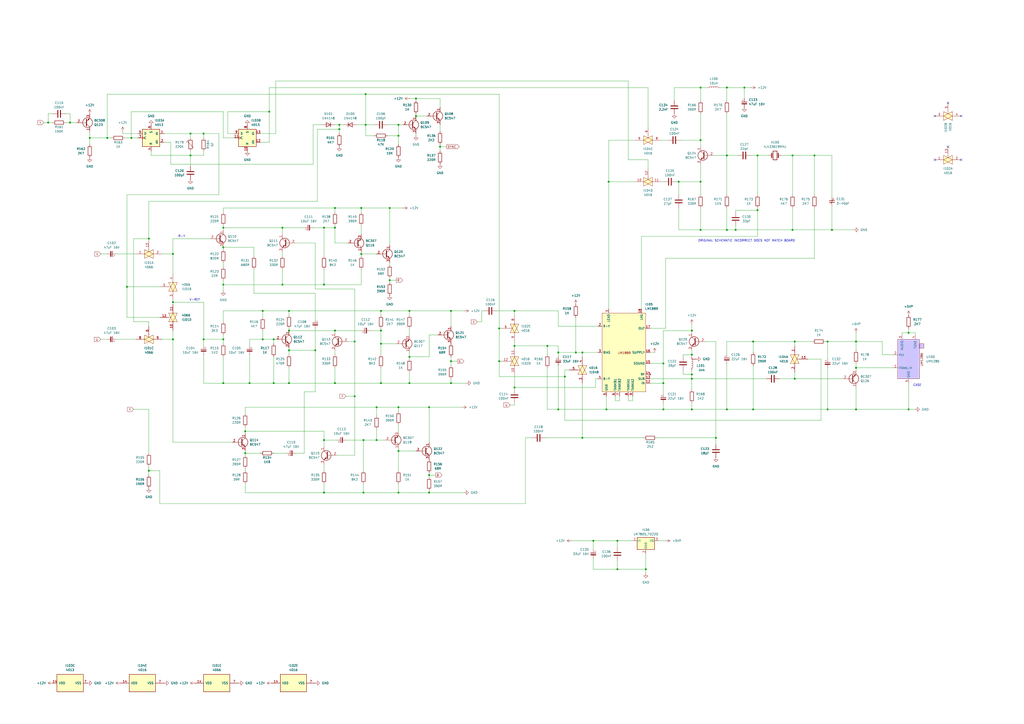
<source format=kicad_sch>
(kicad_sch (version 20250114) (generator "eeschema") (generator_version "9.0")
  (paper "A2")
  (text "CASE" (at 532.13 223.52 0) (effects (font (size 1.27 1.27))))
  (text "R-Y" (at 105.41 137.16 0) (effects (font (size 1.27 1.27))))
  (text "ORIGINAL SCHEMATIC INCORRECT DOES NOT MATCH BOARD" (at 433.07 139.7 0) (effects (font (size 1.27 1.27))))
  (text "V-REF" (at 113.03 173.99 0) (effects (font (size 1.27 1.27))))
  (junction (at 384.81 210.82))
  (junction (at 426.72 133.35))
  (junction (at 436.88 198.12))
  (junction (at 158.75 196.85))
  (junction (at 323.85 237.49))
  (junction (at 152.4 180.34))
  (junction (at 73.66 166.37))
  (junction (at 158.75 222.25))
  (junction (at 401.32 205.74))
  (junction (at 248.92 236.22))
  (junction (at 209.55 120.65))
  (junction (at 152.4 196.85))
  (junction (at 218.44 236.22))
  (junction (at 248.92 275.59))
  (junction (at 205.74 229.87))
  (junction (at 231.14 261.62))
  (junction (at 167.64 203.2))
  (junction (at 194.31 132.08))
  (junction (at 226.06 162.56))
  (junction (at 129.54 143.51))
  (junction (at 187.96 132.08))
  (junction (at 241.3 67.31))
  (junction (at 261.62 209.55))
  (junction (at 231.14 236.22))
  (junction (at 415.29 254))
  (junction (at 205.74 198.12))
  (junction (at 527.05 193.04))
  (junction (at 226.06 120.65))
  (junction (at 167.64 191.77))
  (junction (at 27.94 71.12))
  (junction (at 527.05 237.49))
  (junction (at 220.98 199.39))
  (junction (at 337.82 254))
  (junction (at 421.64 133.35))
  (junction (at 241.3 57.15))
  (junction (at 496.57 237.49))
  (junction (at 496.57 213.36))
  (junction (at 261.62 222.25))
  (junction (at 187.96 255.27))
  (junction (at 220.98 222.25))
  (junction (at 129.54 196.85))
  (junction (at 118.11 77.47))
  (junction (at 459.74 90.17))
  (junction (at 358.14 330.2))
  (junction (at 439.42 90.17))
  (junction (at 393.7 105.41))
  (junction (at 421.64 50.8))
  (junction (at 436.88 237.49))
  (junction (at 163.83 165.1))
  (junction (at 337.82 204.47))
  (junction (at 167.64 180.34))
  (junction (at 374.65 330.2))
  (junction (at 461.01 198.12))
  (junction (at 187.96 285.75))
  (junction (at 459.74 133.35))
  (junction (at 156.21 64.77))
  (junction (at 187.96 165.1))
  (junction (at 406.4 81.28))
  (junction (at 461.01 219.71))
  (junction (at 100.33 147.32))
  (junction (at 210.82 255.27))
  (junction (at 142.24 250.19))
  (junction (at 40.64 71.12))
  (junction (at 289.56 190.5))
  (junction (at 384.81 237.49))
  (junction (at 52.07 80.01))
  (junction (at 62.23 80.01))
  (junction (at 323.85 204.47))
  (junction (at 129.54 165.1))
  (junction (at 482.6 133.35))
  (junction (at 439.42 121.92))
  (junction (at 212.09 54.61))
  (junction (at 248.92 285.75))
  (junction (at 210.82 285.75))
  (junction (at 110.49 90.17))
  (junction (at 327.66 218.44))
  (junction (at 472.44 90.17))
  (junction (at 421.64 90.17))
  (junction (at 351.79 237.49))
  (junction (at 317.5 200.66))
  (junction (at 231.14 285.75))
  (junction (at 76.2 80.01))
  (junction (at 194.31 222.25))
  (junction (at 358.14 313.69))
  (junction (at 289.56 209.55))
  (junction (at 344.17 313.69))
  (junction (at 218.44 255.27))
  (junction (at 129.54 132.08))
  (junction (at 100.33 196.85))
  (junction (at 129.54 222.25))
  (junction (at 110.49 77.47))
  (junction (at 480.06 237.49))
  (junction (at 86.36 273.05))
  (junction (at 118.11 196.85))
  (junction (at 212.09 72.39))
  (junction (at 298.45 180.34))
  (junction (at 406.4 133.35))
  (junction (at 353.06 105.41))
  (junction (at 100.33 175.26))
  (junction (at 298.45 200.66))
  (junction (at 209.55 147.32))
  (junction (at 401.32 219.71))
  (junction (at 194.31 120.65))
  (junction (at 196.85 72.39))
  (junction (at 480.06 198.12))
  (junction (at 237.49 180.34))
  (junction (at 401.32 191.77))
  (junction (at 496.57 198.12))
  (junction (at 163.83 132.08))
  (junction (at 220.98 180.34))
  (junction (at 401.32 237.49))
  (junction (at 261.62 180.34))
  (junction (at 167.64 222.25))
  (junction (at 231.14 78.74))
  (junction (at 144.78 222.25))
  (junction (at 142.24 262.89))
  (junction (at 182.88 203.2))
  (junction (at 421.64 237.49))
  (junction (at 237.49 222.25))
  (junction (at 431.8 50.8))
  (junction (at 194.31 191.77))
  (junction (at 334.01 204.47))
  (junction (at 255.27 85.09))
  (junction (at 298.45 224.79))
  (junction (at 220.98 191.77))
  (junction (at 86.36 138.43))
  (junction (at 384.81 222.25))
  (junction (at 401.32 217.17))
  (junction (at 406.4 50.8))
  (junction (at 196.85 74.93))
  (junction (at 406.4 105.41))
  (junction (at 231.14 72.39))
  (junction (at 237.49 207.01))
  (no_connect (at 549.91 59.69))
  (no_connect (at 549.91 85.09))
  (no_connect (at 557.53 67.31))
  (no_connect (at 542.29 67.31))
  (no_connect (at 557.53 92.71))
  (no_connect (at 542.29 92.71))
  (wire (pts (xy 439.42 90.17) (xy 439.42 113.03)))
  (wire (pts (xy 386.08 149.86) (xy 472.44 149.86)))
  (wire (pts (xy 375.92 50.8) (xy 375.92 73.66)))
  (wire (pts (xy 160.02 46.99) (xy 364.49 46.99)))
  (wire (pts (xy 87.63 87.63) (xy 87.63 90.17)))
  (wire (pts (xy 480.06 237.49) (xy 496.57 237.49)))
  (wire (pts (xy 248.92 274.32) (xy 248.92 275.59)))
  (wire (pts (xy 184.15 74.93) (xy 184.15 116.84)))
  (wire (pts (xy 129.54 222.25) (xy 144.78 222.25)))
  (wire (pts (xy 439.42 120.65) (xy 439.42 121.92)))
  (wire (pts (xy 472.44 120.65) (xy 472.44 149.86)))
  (wire (pts (xy 118.11 196.85) (xy 118.11 200.66)))
  (wire (pts (xy 461.01 200.66) (xy 461.01 198.12)))
  (wire (pts (xy 255.27 85.09) (xy 259.08 85.09)))
  (wire (pts (xy 414.02 90.17) (xy 421.64 90.17)))
  (wire (pts (xy 110.49 87.63) (xy 110.49 90.17)))
  (wire (pts (xy 209.55 147.32) (xy 218.44 147.32)))
  (wire (pts (xy 261.62 209.55) (xy 261.62 212.09)))
  (wire (pts (xy 337.82 204.47) (xy 337.82 207.01)))
  (wire (pts (xy 129.54 196.85) (xy 118.11 196.85)))
  (wire (pts (xy 231.14 280.67) (xy 231.14 285.75)))
  (wire (pts (xy 52.07 76.2) (xy 52.07 80.01)))
  (wire (pts (xy 280.67 180.34) (xy 279.4 180.34)))
  (wire (pts (xy 431.8 50.8) (xy 435.61 50.8)))
  (wire (pts (xy 71.12 76.2) (xy 71.12 77.47)))
  (wire (pts (xy 156.21 64.77) (xy 156.21 82.55)))
  (wire (pts (xy 415.29 254) (xy 415.29 198.12)))
  (wire (pts (xy 459.74 90.17) (xy 453.39 90.17)))
  (wire (pts (xy 327.66 214.63) (xy 327.66 218.44)))
  (wire (pts (xy 482.6 119.38) (xy 482.6 133.35)))
  (wire (pts (xy 401.32 187.96) (xy 401.32 191.77)))
  (wire (pts (xy 401.32 217.17) (xy 401.32 219.71)))
  (wire (pts (xy 129.54 130.81) (xy 129.54 132.08)))
  (wire (pts (xy 248.92 236.22) (xy 248.92 256.54)))
  (wire (pts (xy 142.24 271.78) (xy 142.24 273.05)))
  (wire (pts (xy 393.7 120.65) (xy 393.7 133.35)))
  (wire (pts (xy 156.21 50.8) (xy 375.92 50.8)))
  (wire (pts (xy 527.05 193.04) (xy 523.24 193.04)))
  (wire (pts (xy 163.83 165.1) (xy 187.96 165.1)))
  (wire (pts (xy 86.36 138.43) (xy 77.47 138.43)))
  (wire (pts (xy 224.79 72.39) (xy 231.14 72.39)))
  (wire (pts (xy 367.03 229.87) (xy 367.03 232.41)))
  (wire (pts (xy 436.88 204.47) (xy 436.88 198.12)))
  (wire (pts (xy 496.57 213.36) (xy 518.16 213.36)))
  (wire (pts (xy 129.54 180.34) (xy 152.4 180.34)))
  (wire (pts (xy 426.72 121.92) (xy 426.72 123.19)))
  (wire (pts (xy 142.24 280.67) (xy 142.24 285.75)))
  (wire (pts (xy 144.78 196.85) (xy 144.78 200.66)))
  (wire (pts (xy 220.98 222.25) (xy 237.49 222.25)))
  (wire (pts (xy 163.83 132.08) (xy 129.54 132.08)))
  (wire (pts (xy 196.85 74.93) (xy 196.85 77.47)))
  (wire (pts (xy 426.72 130.81) (xy 426.72 133.35)))
  (wire (pts (xy 295.91 234.95) (xy 298.45 234.95)))
  (wire (pts (xy 144.78 205.74) (xy 144.78 222.25)))
  (wire (pts (xy 194.31 120.65) (xy 209.55 120.65)))
  (wire (pts (xy 226.06 161.29) (xy 226.06 162.56)))
  (wire (pts (xy 421.64 120.65) (xy 421.64 133.35)))
  (wire (pts (xy 375.92 97.79) (xy 375.92 92.71)))
  (wire (pts (xy 196.85 72.39) (xy 199.39 72.39)))
  (wire (pts (xy 237.49 215.9) (xy 237.49 222.25)))
  (wire (pts (xy 86.36 116.84) (xy 184.15 116.84)))
  (wire (pts (xy 421.64 198.12) (xy 436.88 198.12)))
  (wire (pts (xy 374.65 330.2) (xy 358.14 330.2)))
  (wire (pts (xy 323.85 180.34) (xy 323.85 189.23)))
  (wire (pts (xy 129.54 165.1) (xy 163.83 165.1)))
  (wire (pts (xy 276.86 186.69) (xy 279.4 186.69)))
  (wire (pts (xy 86.36 116.84) (xy 86.36 138.43)))
  (wire (pts (xy 298.45 200.66) (xy 317.5 200.66)))
  (wire (pts (xy 480.06 208.28) (xy 480.06 198.12)))
  (wire (pts (xy 435.61 90.17) (xy 439.42 90.17)))
  (wire (pts (xy 527.05 222.25) (xy 527.05 237.49)))
  (wire (pts (xy 384.81 191.77) (xy 384.81 210.82)))
  (wire (pts (xy 167.64 203.2) (xy 182.88 203.2)))
  (wire (pts (xy 288.29 180.34) (xy 298.45 180.34)))
  (wire (pts (xy 151.13 77.47) (xy 160.02 77.47)))
  (wire (pts (xy 147.32 156.21) (xy 147.32 170.18)))
  (wire (pts (xy 384.81 105.41) (xy 383.54 105.41)))
  (wire (pts (xy 327.66 243.84) (xy 476.25 243.84)))
  (wire (pts (xy 194.31 213.36) (xy 194.31 222.25)))
  (wire (pts (xy 121.92 138.43) (xy 100.33 138.43)))
  (wire (pts (xy 77.47 237.49) (xy 86.36 237.49)))
  (wire (pts (xy 372.11 137.16) (xy 439.42 137.16)))
  (wire (pts (xy 375.92 92.71) (xy 364.49 92.71)))
  (wire (pts (xy 210.82 273.05) (xy 210.82 255.27)))
  (wire (pts (xy 205.74 264.16) (xy 195.58 264.16)))
  (wire (pts (xy 353.06 179.07) (xy 353.06 105.41)))
  (wire (pts (xy 156.21 64.77) (xy 156.21 50.8)))
  (wire (pts (xy 317.5 237.49) (xy 323.85 237.49)))
  (wire (pts (xy 304.8 254) (xy 304.8 292.1)))
  (wire (pts (xy 298.45 180.34) (xy 298.45 182.88)))
  (wire (pts (xy 255.27 72.39) (xy 255.27 76.2)))
  (wire (pts (xy 73.66 184.15) (xy 73.66 166.37)))
  (wire (pts (xy 171.45 140.97) (xy 182.88 140.97)))
  (wire (pts (xy 248.92 207.01) (xy 237.49 207.01)))
  (wire (pts (xy 62.23 54.61) (xy 62.23 80.01)))
  (wire (pts (xy 71.12 77.47) (xy 80.01 77.47)))
  (wire (pts (xy 118.11 205.74) (xy 118.11 222.25)))
  (wire (pts (xy 27.94 71.12) (xy 25.4 71.12)))
  (wire (pts (xy 205.74 229.87) (xy 205.74 264.16)))
  (wire (pts (xy 384.81 233.68) (xy 384.81 237.49)))
  (wire (pts (xy 160.02 77.47) (xy 160.02 46.99)))
  (wire (pts (xy 226.06 120.65) (xy 233.68 120.65)))
  (wire (pts (xy 142.24 262.89) (xy 142.24 264.16)))
  (wire (pts (xy 231.14 261.62) (xy 241.3 261.62)))
  (wire (pts (xy 187.96 132.08) (xy 187.96 148.59)))
  (wire (pts (xy 421.64 205.74) (xy 421.64 198.12)))
  (wire (pts (xy 289.56 190.5) (xy 289.56 209.55)))
  (wire (pts (xy 58.42 196.85) (xy 62.23 196.85)))
  (wire (pts (xy 187.96 280.67) (xy 187.96 285.75)))
  (wire (pts (xy 289.56 218.44) (xy 289.56 209.55)))
  (wire (pts (xy 110.49 77.47) (xy 110.49 80.01)))
  (wire (pts (xy 401.32 233.68) (xy 401.32 237.49)))
  (wire (pts (xy 92.71 292.1) (xy 304.8 292.1)))
  (wire (pts (xy 406.4 66.04) (xy 406.4 81.28)))
  (wire (pts (xy 426.72 121.92) (xy 439.42 121.92)))
  (wire (pts (xy 167.64 201.93) (xy 167.64 203.2)))
  (wire (pts (xy 298.45 198.12) (xy 298.45 200.66)))
  (wire (pts (xy 118.11 90.17) (xy 110.49 90.17)))
  (wire (pts (xy 100.33 158.75) (xy 100.33 147.32)))
  (wire (pts (xy 231.14 246.38) (xy 231.14 250.19)))
  (wire (pts (xy 323.85 204.47) (xy 334.01 204.47)))
  (wire (pts (xy 187.96 132.08) (xy 181.61 132.08)))
  (wire (pts (xy 118.11 87.63) (xy 118.11 90.17)))
  (wire (pts (xy 231.14 260.35) (xy 231.14 261.62)))
  (wire (pts (xy 289.56 54.61) (xy 289.56 190.5)))
  (wire (pts (xy 93.98 196.85) (xy 100.33 196.85)))
  (wire (pts (xy 393.7 133.35) (xy 406.4 133.35)))
  (wire (pts (xy 530.86 193.04) (xy 527.05 193.04)))
  (wire (pts (xy 226.06 162.56) (xy 229.87 162.56)))
  (wire (pts (xy 496.57 203.2) (xy 496.57 198.12)))
  (wire (pts (xy 218.44 248.92) (xy 218.44 255.27)))
  (wire (pts (xy 212.09 54.61) (xy 212.09 72.39)))
  (wire (pts (xy 100.33 175.26) (xy 100.33 176.53)))
  (wire (pts (xy 231.14 72.39) (xy 233.68 72.39)))
  (wire (pts (xy 118.11 175.26) (xy 100.33 175.26)))
  (wire (pts (xy 205.74 198.12) (xy 205.74 229.87)))
  (wire (pts (xy 364.49 92.71) (xy 364.49 46.99)))
  (wire (pts (xy 187.96 259.08) (xy 187.96 255.27)))
  (wire (pts (xy 237.49 222.25) (xy 261.62 222.25)))
  (wire (pts (xy 421.64 90.17) (xy 421.64 66.04)))
  (wire (pts (xy 135.89 77.47) (xy 132.08 77.47)))
  (wire (pts (xy 237.49 190.5) (xy 237.49 194.31)))
  (wire (pts (xy 200.66 229.87) (xy 205.74 229.87)))
  (wire (pts (xy 194.31 193.04) (xy 194.31 191.77)))
  (wire (pts (xy 163.83 156.21) (xy 163.83 165.1)))
  (wire (pts (xy 480.06 213.36) (xy 480.06 237.49)))
  (wire (pts (xy 496.57 237.49) (xy 527.05 237.49)))
  (wire (pts (xy 298.45 217.17) (xy 298.45 224.79)))
  (wire (pts (xy 209.55 146.05) (xy 209.55 147.32)))
  (wire (pts (xy 73.66 166.37) (xy 92.71 166.37)))
  (wire (pts (xy 80.01 80.01) (xy 76.2 80.01)))
  (wire (pts (xy 426.72 133.35) (xy 459.74 133.35)))
  (wire (pts (xy 209.55 120.65) (xy 226.06 120.65)))
  (wire (pts (xy 323.85 237.49) (xy 351.79 237.49)))
  (wire (pts (xy 218.44 255.27) (xy 223.52 255.27)))
  (wire (pts (xy 194.31 191.77) (xy 167.64 191.77)))
  (wire (pts (xy 187.96 250.19) (xy 142.24 250.19)))
  (wire (pts (xy 129.54 194.31) (xy 129.54 196.85)))
  (wire (pts (xy 194.31 132.08) (xy 187.96 132.08)))
  (wire (pts (xy 401.32 214.63) (xy 401.32 217.17)))
  (wire (pts (xy 415.29 257.81) (xy 415.29 254)))
  (wire (pts (xy 167.64 180.34) (xy 167.64 182.88)))
  (wire (pts (xy 210.82 280.67) (xy 210.82 285.75)))
  (wire (pts (xy 110.49 77.47) (xy 118.11 77.47)))
  (wire (pts (xy 38.1 66.04) (xy 40.64 66.04)))
  (wire (pts (xy 92.71 273.05) (xy 92.71 292.1)))
  (wire (pts (xy 129.54 64.77) (xy 76.2 64.77)))
  (wire (pts (xy 337.82 254) (xy 373.38 254)))
  (wire (pts (xy 118.11 222.25) (xy 129.54 222.25)))
  (wire (pts (xy 218.44 236.22) (xy 231.14 236.22)))
  (wire (pts (xy 158.75 196.85) (xy 158.75 199.39)))
  (wire (pts (xy 496.57 198.12) (xy 480.06 198.12)))
  (wire (pts (xy 327.66 218.44) (xy 327.66 243.84)))
  (wire (pts (xy 187.96 255.27) (xy 187.96 250.19)))
  (wire (pts (xy 237.49 204.47) (xy 237.49 207.01)))
  (wire (pts (xy 334.01 184.15) (xy 334.01 204.47)))
  (wire (pts (xy 396.24 217.17) (xy 401.32 217.17)))
  (wire (pts (xy 248.92 285.75) (xy 269.24 285.75)))
  (wire (pts (xy 261.62 222.25) (xy 270.51 222.25)))
  (wire (pts (xy 40.64 66.04) (xy 40.64 71.12)))
  (wire (pts (xy 241.3 66.04) (xy 241.3 67.31)))
  (wire (pts (xy 152.4 191.77) (xy 152.4 196.85)))
  (wire (pts (xy 127 113.03) (xy 73.66 113.03)))
  (wire (pts (xy 207.01 72.39) (xy 212.09 72.39)))
  (wire (pts (xy 241.3 58.42) (xy 241.3 57.15)))
  (wire (pts (xy 255.27 83.82) (xy 255.27 85.09)))
  (wire (pts (xy 142.24 285.75) (xy 187.96 285.75)))
  (wire (pts (xy 226.06 153.67) (xy 226.06 152.4)))
  (wire (pts (xy 421.64 133.35) (xy 426.72 133.35)))
  (wire (pts (xy 261.62 219.71) (xy 261.62 222.25)))
  (wire (pts (xy 461.01 219.71) (xy 488.95 219.71)))
  (wire (pts (xy 205.74 167.64) (xy 205.74 198.12)))
  (wire (pts (xy 421.64 50.8) (xy 421.64 58.42)))
  (wire (pts (xy 406.4 50.8) (xy 406.4 58.42)))
  (wire (pts (xy 391.16 58.42) (xy 391.16 50.8)))
  (wire (pts (xy 401.32 205.74) (xy 401.32 207.01)))
  (wire (pts (xy 158.75 207.01) (xy 158.75 222.25)))
  (wire (pts (xy 384.81 237.49) (xy 401.32 237.49)))
  (wire (pts (xy 406.4 105.41) (xy 406.4 113.03)))
  (wire (pts (xy 386.08 313.69) (xy 382.27 313.69)))
  (wire (pts (xy 205.74 198.12) (xy 201.93 198.12)))
  (wire (pts (xy 345.44 219.71) (xy 345.44 224.79)))
  (wire (pts (xy 231.14 78.74) (xy 231.14 83.82)))
  (wire (pts (xy 323.85 207.01) (xy 323.85 204.47)))
  (wire (pts (xy 129.54 144.78) (xy 129.54 143.51)))
  (wire (pts (xy 67.31 196.85) (xy 78.74 196.85)))
  (wire (pts (xy 231.14 285.75) (xy 248.92 285.75)))
  (wire (pts (xy 217.17 78.74) (xy 212.09 78.74)))
  (wire (pts (xy 220.98 199.39) (xy 220.98 205.74)))
  (wire (pts (xy 176.53 227.33) (xy 176.53 262.89)))
  (wire (pts (xy 298.45 200.66) (xy 298.45 201.93)))
  (wire (pts (xy 194.31 191.77) (xy 209.55 191.77)))
  (wire (pts (xy 163.83 135.89) (xy 163.83 132.08)))
  (wire (pts (xy 62.23 54.61) (xy 212.09 54.61)))
  (wire (pts (xy 323.85 212.09) (xy 323.85 237.49)))
  (wire (pts (xy 226.06 162.56) (xy 226.06 163.83)))
  (wire (pts (xy 209.55 130.81) (xy 209.55 135.89)))
  (wire (pts (xy 298.45 224.79) (xy 298.45 226.06)))
  (wire (pts (xy 194.31 203.2) (xy 194.31 205.74)))
  (wire (pts (xy 142.24 236.22) (xy 218.44 236.22)))
  (wire (pts (xy 304.8 254) (xy 308.61 254)))
  (wire (pts (xy 194.31 140.97) (xy 194.31 132.08)))
  (wire (pts (xy 511.81 198.12) (xy 496.57 198.12)))
  (wire (pts (xy 187.96 285.75) (xy 210.82 285.75)))
  (wire (pts (xy 358.14 330.2) (xy 358.14 325.12)))
  (wire (pts (xy 461.01 219.71) (xy 452.12 219.71)))
  (wire (pts (xy 142.24 247.65) (xy 142.24 250.19)))
  (wire (pts (xy 254 194.31) (xy 248.92 194.31)))
  (wire (pts (xy 160.02 196.85) (xy 158.75 196.85)))
  (wire (pts (xy 374.65 330.2) (xy 374.65 332.74)))
  (wire (pts (xy 298.45 180.34) (xy 323.85 180.34)))
  (wire (pts (xy 100.33 196.85) (xy 100.33 191.77)))
  (wire (pts (xy 86.36 138.43) (xy 86.36 139.7)))
  (wire (pts (xy 327.66 214.63) (xy 330.2 214.63)))
  (wire (pts (xy 401.32 193.04) (xy 401.32 191.77)))
  (wire (pts (xy 323.85 204.47) (xy 323.85 200.66)))
  (wire (pts (xy 417.83 50.8) (xy 421.64 50.8)))
  (wire (pts (xy 368.3 81.28) (xy 353.06 81.28)))
  (wire (pts (xy 439.42 137.16) (xy 439.42 121.92)))
  (wire (pts (xy 289.56 190.5) (xy 290.83 190.5)))
  (wire (pts (xy 30.48 66.04) (xy 27.94 66.04)))
  (wire (pts (xy 118.11 77.47) (xy 127 77.47)))
  (wire (pts (xy 527.05 237.49) (xy 530.86 237.49)))
  (wire (pts (xy 100.33 138.43) (xy 100.33 147.32)))
  (wire (pts (xy 401.32 219.71) (xy 444.5 219.71)))
  (wire (pts (xy 86.36 273.05) (xy 86.36 275.59)))
  (wire (pts (xy 496.57 193.04) (xy 496.57 198.12)))
  (wire (pts (xy 196.85 72.39) (xy 196.85 74.93)))
  (wire (pts (xy 356.87 232.41) (xy 359.41 232.41)))
  (wire (pts (xy 396.24 214.63) (xy 396.24 217.17)))
  (wire (pts (xy 421.64 210.82) (xy 421.64 237.49)))
  (wire (pts (xy 415.29 254) (xy 381 254)))
  (wire (pts (xy 194.31 130.81) (xy 194.31 132.08)))
  (wire (pts (xy 220.98 180.34) (xy 220.98 182.88)))
  (wire (pts (xy 132.08 77.47) (xy 132.08 64.77)))
  (wire (pts (xy 317.5 213.36) (xy 317.5 237.49)))
  (wire (pts (xy 496.57 224.79) (xy 496.57 237.49)))
  (wire (pts (xy 220.98 199.39) (xy 229.87 199.39)))
  (wire (pts (xy 353.06 81.28) (xy 353.06 105.41)))
  (wire (pts (xy 220.98 191.77) (xy 220.98 190.5)))
  (wire (pts (xy 482.6 133.35) (xy 495.3 133.35)))
  (wire (pts (xy 323.85 189.23) (xy 346.71 189.23)))
  (wire (pts (xy 142.24 261.62) (xy 142.24 262.89)))
  (wire (pts (xy 163.83 132.08) (xy 176.53 132.08)))
  (wire (pts (xy 372.11 137.16) (xy 372.11 179.07)))
  (wire (pts (xy 290.83 209.55) (xy 289.56 209.55)))
  (wire (pts (xy 147.32 143.51) (xy 129.54 143.51)))
  (wire (pts (xy 396.24 205.74) (xy 401.32 205.74)))
  (wire (pts (xy 210.82 255.27) (xy 200.66 255.27)))
  (wire (pts (xy 421.64 237.49) (xy 436.88 237.49)))
  (wire (pts (xy 86.36 237.49) (xy 86.36 262.89)))
  (wire (pts (xy 401.32 226.06) (xy 401.32 219.71)))
  (wire (pts (xy 406.4 105.41) (xy 393.7 105.41)))
  (wire (pts (xy 345.44 219.71) (xy 346.71 219.71)))
  (wire (pts (xy 421.64 90.17) (xy 421.64 113.03)))
  (wire (pts (xy 255.27 57.15) (xy 241.3 57.15)))
  (wire (pts (xy 358.14 313.69) (xy 367.03 313.69)))
  (wire (pts (xy 248.92 284.48) (xy 248.92 285.75)))
  (wire (pts (xy 224.79 78.74) (xy 231.14 78.74)))
  (wire (pts (xy 167.64 213.36) (xy 167.64 222.25)))
  (wire (pts (xy 237.49 180.34) (xy 237.49 182.88)))
  (wire (pts (xy 401.32 237.49) (xy 421.64 237.49)))
  (wire (pts (xy 147.32 170.18) (xy 182.88 170.18)))
  (wire (pts (xy 30.48 71.12) (xy 27.94 71.12)))
  (wire (pts (xy 212.09 78.74) (xy 212.09 72.39)))
  (wire (pts (xy 134.62 256.54) (xy 100.33 256.54)))
  (wire (pts (xy 182.88 190.5) (xy 182.88 203.2)))
  (wire (pts (xy 384.81 210.82) (xy 384.81 222.25)))
  (wire (pts (xy 67.31 147.32) (xy 78.74 147.32)))
  (wire (pts (xy 194.31 72.39) (xy 196.85 72.39)))
  (wire (pts (xy 523.24 193.04) (xy 523.24 194.31)))
  (wire (pts (xy 163.83 146.05) (xy 163.83 148.59)))
  (wire (pts (xy 461.01 198.12) (xy 436.88 198.12)))
  (wire (pts (xy 406.4 85.09) (xy 406.4 81.28)))
  (wire (pts (xy 95.25 77.47) (xy 110.49 77.47)))
  (wire (pts (xy 182.88 167.64) (xy 205.74 167.64)))
  (wire (pts (xy 241.3 78.74) (xy 241.3 77.47)))
  (wire (pts (xy 237.49 207.01) (xy 237.49 208.28)))
  (wire (pts (xy 353.06 105.41) (xy 368.3 105.41)))
  (wire (pts (xy 129.54 186.69) (xy 129.54 180.34)))
  (wire (pts (xy 76.2 80.01) (xy 72.39 80.01)))
  (wire (pts (xy 218.44 236.22) (xy 218.44 241.3)))
  (wire (pts (xy 334.01 204.47) (xy 337.82 204.47)))
  (wire (pts (xy 220.98 180.34) (xy 237.49 180.34)))
  (wire (pts (xy 129.54 80.01) (xy 129.54 64.77)))
  (wire (pts (xy 261.62 180.34) (xy 269.24 180.34)))
  (wire (pts (xy 210.82 255.27) (xy 218.44 255.27)))
  (wire (pts (xy 182.88 170.18) (xy 182.88 185.42)))
  (wire (pts (xy 27.94 66.04) (xy 27.94 71.12)))
  (wire (pts (xy 261.62 180.34) (xy 261.62 189.23)))
  (wire (pts (xy 129.54 132.08) (xy 129.54 133.35)))
  (wire (pts (xy 127 77.47) (xy 127 113.03)))
  (wire (pts (xy 459.74 120.65) (xy 459.74 133.35)))
  (wire (pts (xy 73.66 113.03) (xy 73.66 166.37)))
  (wire (pts (xy 261.62 207.01) (xy 261.62 209.55)))
  (wire (pts (xy 406.4 81.28) (xy 394.97 81.28)))
  (wire (pts (xy 431.8 57.15) (xy 431.8 50.8)))
  (wire (pts (xy 182.88 203.2) (xy 182.88 227.33)))
  (wire (pts (xy 212.09 72.39) (xy 217.17 72.39)))
  (wire (pts (xy 186.69 72.39) (xy 181.61 72.39)))
  (wire (pts (xy 379.73 204.47) (xy 377.19 204.47)))
  (wire (pts (xy 337.82 204.47) (xy 346.71 204.47)))
  (wire (pts (xy 248.92 194.31) (xy 248.92 207.01)))
  (wire (pts (xy 527.05 190.5) (xy 527.05 193.04)))
  (wire (pts (xy 237.49 180.34) (xy 261.62 180.34)))
  (wire (pts (xy 129.54 196.85) (xy 129.54 199.39)))
  (wire (pts (xy 76.2 64.77) (xy 76.2 80.01)))
  (wire (pts (xy 337.82 254) (xy 316.23 254)))
  (wire (pts (xy 220.98 213.36) (xy 220.98 222.25)))
  (wire (pts (xy 439.42 90.17) (xy 445.77 90.17)))
  (wire (pts (xy 147.32 148.59) (xy 147.32 143.51)))
  (wire (pts (xy 317.5 200.66) (xy 317.5 205.74)))
  (wire (pts (xy 87.63 90.17) (xy 110.49 90.17)))
  (wire (pts (xy 472.44 113.03) (xy 472.44 90.17)))
  (wire (pts (xy 144.78 222.25) (xy 158.75 222.25)))
  (wire (pts (xy 401.32 219.71) (xy 377.19 219.71)))
  (wire (pts (xy 187.96 255.27) (xy 195.58 255.27)))
  (wire (pts (xy 231.14 236.22) (xy 248.92 236.22)))
  (wire (pts (xy 255.27 62.23) (xy 255.27 57.15)))
  (wire (pts (xy 459.74 133.35) (xy 482.6 133.35)))
  (wire (pts (xy 110.49 90.17) (xy 110.49 96.52)))
  (wire (pts (xy 231.14 261.62) (xy 231.14 273.05)))
  (wire (pts (xy 231.14 78.74) (xy 231.14 72.39)))
  (wire (pts (xy 176.53 262.89) (xy 171.45 262.89)))
  (wire (pts (xy 86.36 273.05) (xy 92.71 273.05)))
  (wire (pts (xy 476.25 208.28) (xy 476.25 243.84)))
  (wire (pts (xy 132.08 64.77) (xy 156.21 64.77)))
  (wire (pts (xy 472.44 90.17) (xy 459.74 90.17)))
  (wire (pts (xy 401.32 203.2) (xy 401.32 205.74)))
  (wire (pts (xy 337.82 222.25) (xy 337.82 254)))
  (wire (pts (xy 386.08 190.5) (xy 377.19 190.5)))
  (wire (pts (xy 482.6 114.3) (xy 482.6 90.17)))
  (wire (pts (xy 166.37 262.89) (xy 158.75 262.89)))
  (wire (pts (xy 298.45 224.79) (xy 345.44 224.79)))
  (wire (pts (xy 459.74 113.03) (xy 459.74 90.17)))
  (wire (pts (xy 298.45 233.68) (xy 298.45 234.95)))
  (wire (pts (xy 118.11 77.47) (xy 118.11 80.01)))
  (wire (pts (xy 344.17 313.69) (xy 344.17 318.77)))
  (wire (pts (xy 99.06 95.25) (xy 181.61 95.25)))
  (wire (pts (xy 401.32 191.77) (xy 384.81 191.77)))
  (wire (pts (xy 181.61 72.39) (xy 181.61 95.25)))
  (wire (pts (xy 214.63 191.77) (xy 220.98 191.77)))
  (wire (pts (xy 480.06 198.12) (xy 478.79 198.12)))
  (wire (pts (xy 461.01 215.9) (xy 461.01 219.71)))
  (wire (pts (xy 387.35 81.28) (xy 383.54 81.28)))
  (wire (pts (xy 351.79 237.49) (xy 384.81 237.49)))
  (wire (pts (xy 415.29 198.12) (xy 408.94 198.12)))
  (wire (pts (xy 129.54 165.1) (xy 129.54 162.56)))
  (wire (pts (xy 377.19 210.82) (xy 384.81 210.82)))
  (wire (pts (xy 167.64 190.5) (xy 167.64 191.77)))
  (wire (pts (xy 44.45 71.12) (xy 40.64 71.12)))
  (wire (pts (xy 194.31 222.25) (xy 220.98 222.25)))
  (wire (pts (xy 327.66 218.44) (xy 289.56 218.44)))
  (wire (pts (xy 231.14 236.22) (xy 231.14 238.76)))
  (wire (pts (xy 212.09 54.61) (xy 289.56 54.61)))
  (wire (pts (xy 142.24 240.03) (xy 142.24 236.22)))
  (wire (pts (xy 52.07 80.01) (xy 52.07 83.82)))
  (wire (pts (xy 194.31 120.65) (xy 194.31 123.19)))
  (wire (pts (xy 436.88 212.09) (xy 436.88 237.49)))
  (wire (pts (xy 86.36 186.69) (xy 86.36 189.23)))
  (wire (pts (xy 358.14 313.69) (xy 358.14 317.5)))
  (wire (pts (xy 255.27 85.09) (xy 255.27 87.63)))
  (wire (pts (xy 374.65 321.31) (xy 374.65 330.2)))
  (wire (pts (xy 156.21 82.55) (xy 151.13 82.55)))
  (wire (pts (xy 129.54 168.91) (xy 129.54 165.1)))
  (wire (pts (xy 511.81 205.74) (xy 511.81 198.12)))
  (wire (pts (xy 241.3 67.31) (xy 247.65 67.31)))
  (wire (pts (xy 129.54 120.65) (xy 194.31 120.65)))
  (wire (pts (xy 100.33 147.32) (xy 93.98 147.32)))
  (wire (pts (xy 406.4 50.8) (xy 410.21 50.8)))
  (wire (pts (xy 518.16 205.74) (xy 511.81 205.74)))
  (wire (pts (xy 384.81 228.6) (xy 384.81 222.25)))
  (wire (pts (xy 167.64 203.2) (xy 167.64 205.74)))
  (wire (pts (xy 62.23 80.01) (xy 64.77 80.01)))
  (wire (pts (xy 129.54 207.01) (xy 129.54 222.25)))
  (wire (pts (xy 182.88 227.33) (xy 176.53 227.33)))
  (wire (pts (xy 461.01 198.12) (xy 471.17 198.12)))
  (wire (pts (xy 356.87 229.87) (xy 356.87 232.41)))
  (wire (pts (xy 344.17 323.85) (xy 344.17 330.2)))
  (wire (pts (xy 187.96 165.1) (xy 209.55 165.1)))
  (wire (pts (xy 331.47 313.69) (xy 344.17 313.69)))
  (wire (pts (xy 406.4 133.35) (xy 421.64 133.35)))
  (wire (pts (xy 158.75 222.25) (xy 167.64 222.25)))
  (wire (pts (xy 118.11 196.85) (xy 118.11 175.26)))
  (wire (pts (xy 99.06 82.55) (xy 99.06 95.25)))
  (wire (pts (xy 393.7 105.41) (xy 392.43 105.41)))
  (wire (pts (xy 226.06 120.65) (xy 226.06 142.24)))
  (wire (pts (xy 86.36 270.51) (xy 86.36 273.05)))
  (wire (pts (xy 167.64 180.34) (xy 220.98 180.34)))
  (wire (pts (xy 129.54 152.4) (xy 129.54 154.94)))
  (wire (pts (xy 468.63 208.28) (xy 476.25 208.28)))
  (wire (pts (xy 52.07 80.01) (xy 62.23 80.01)))
  (wire (pts (xy 496.57 213.36) (xy 496.57 214.63)))
  (wire (pts (xy 167.64 222.25) (xy 194.31 222.25)))
  (wire (pts (xy 152.4 196.85) (xy 144.78 196.85)))
  (wire (pts (xy 248.92 236.22) (xy 267.97 236.22)))
  (wire (pts (xy 344.17 330.2) (xy 358.14 330.2)))
  (wire (pts (xy 95.25 82.55) (xy 99.06 82.55)))
  (wire (pts (xy 393.7 105.41) (xy 393.7 113.03)))
  (wire (pts (xy 142.24 262.89) (xy 151.13 262.89)))
  (wire (pts (xy 77.47 186.69) (xy 86.36 186.69)))
  (wire (pts (xy 431.8 50.8) (xy 421.64 50.8)))
  (wire (pts (xy 344.17 313.69) (xy 358.14 313.69)))
  (wire (pts (xy 196.85 74.93) (xy 184.15 74.93)))
  (wire (pts (xy 351.79 229.87) (xy 351.79 237.49)))
  (wire (pts (xy 367.03 232.41) (xy 364.49 232.41)))
  (wire (pts (xy 77.47 138.43) (xy 77.47 186.69)))
  (wire (pts (xy 436.88 237.49) (xy 480.06 237.49)))
  (wire (pts (xy 129.54 123.19) (xy 129.54 120.65)))
  (wire (pts (xy 152.4 180.34) (xy 167.64 180.34)))
  (wire (pts (xy 142.24 250.19) (xy 142.24 251.46)))
  (wire (pts (xy 187.96 156.21) (xy 187.96 165.1)))
  (wire (pts (xy 220.98 191.77) (xy 220.98 199.39)))
  (wire (pts (xy 386.08 149.86) (xy 386.08 190.5)))
  (wire (pts (xy 421.64 90.17) (xy 427.99 90.17)))
  (wire (pts (xy 58.42 147.32) (xy 62.23 147.32)))
  (wire (pts (xy 40.64 71.12) (xy 38.1 71.12)))
  (wire (pts (xy 100.33 256.54) (xy 100.33 196.85)))
  (wire (pts (xy 364.49 232.41) (xy 364.49 229.87)))
  (wire (pts (xy 201.93 140.97) (xy 194.31 140.97)))
  (wire (pts (xy 261.62 209.55) (xy 265.43 209.55)))
  (wire (pts (xy 210.82 285.75) (xy 231.14 285.75)))
  (wire (pts (xy 248.92 275.59) (xy 248.92 276.86)))
  (wire (pts (xy 248.92 275.59) (xy 252.73 275.59)))
  (wire (pts (xy 92.71 184.15) (xy 73.66 184.15)))
  (wire (pts (xy 100.33 173.99) (xy 100.33 175.26)))
  (wire (pts (xy 323.85 200.66) (xy 317.5 200.66)))
  (wire (pts (xy 384.81 222.25) (xy 377.19 222.25)))
  (wire (pts (xy 279.4 180.34) (xy 279.4 186.69)))
  (wire (pts (xy 406.4 120.65) (xy 406.4 133.35)))
  (wire (pts (xy 152.4 180.34) (xy 152.4 184.15)))
  (wire (pts (xy 391.16 50.8) (xy 406.4 50.8)))
  (wire (pts (xy 530.86 194.31) (xy 530.86 193.04)))
  (wire (pts (xy 182.88 140.97) (xy 182.88 167.64)))
  (wire (pts (xy 135.89 80.01) (xy 129.54 80.01)))
  (wire (pts (xy 158.75 196.85) (xy 152.4 196.85)))
  (wire (pts (xy 209.55 120.65) (xy 209.55 123.19)))
  (wire (pts (xy 209.55 156.21) (xy 209.55 165.1)))
  (wire (pts (xy 396.24 207.01) (xy 396.24 205.74)))
  (wire (pts (xy 187.96 269.24) (xy 187.96 273.05)))
  (wire (pts (xy 482.6 90.17) (xy 472.44 90.17)))
  (wire (pts (xy 406.4 95.25) (xy 406.4 105.41)))
  (wire (pts (xy 209.55 147.32) (xy 209.55 148.59)))
  (wire (pts (xy 359.41 232.41) (xy 359.41 229.87)))
  (wire (pts (xy 496.57 210.82) (xy 496.57 213.36)))
  (wire (pts (xy 241.3 57.15) (xy 237.49 57.15)))
  (global_label "SYNC" (shape output) (at 259.08 85.09 0) (property "Intersheetrefs" "${INTERSHEET_REFS}" (effects (hide yes))))
  (global_label "Y" (shape input) (at 200.66 229.87 180) (property "Intersheetrefs" "${INTERSHEET_REFS}" (effects (hide yes))))
  (global_label "Y" (shape input) (at 77.47 237.49 180) (property "Intersheetrefs" "${INTERSHEET_REFS}" (effects (hide yes))))
  (global_label "Y" (shape input) (at 25.4 71.12 180) (property "Intersheetrefs" "${INTERSHEET_REFS}" (effects (hide yes))))
  (global_label "R" (shape output) (at 229.87 162.56 0) (property "Intersheetrefs" "${INTERSHEET_REFS}" (effects (hide yes))))
  (global_label "V" (shape input) (at 58.42 147.32 180) (property "Intersheetrefs" "${INTERSHEET_REFS}" (effects (hide yes))))
  (global_label "G" (shape output) (at 265.43 209.55 0) (property "Intersheetrefs" "${INTERSHEET_REFS}" (effects (hide yes))))
  (global_label "U" (shape input) (at 295.91 234.95 180) (property "Intersheetrefs" "${INTERSHEET_REFS}" (effects (hide yes))))
  (global_label "U" (shape input) (at 58.42 196.85 180) (property "Intersheetrefs" "${INTERSHEET_REFS}" (effects (hide yes))))
  (global_label "V" (shape input) (at 276.86 186.69 180) (property "Intersheetrefs" "${INTERSHEET_REFS}" (effects (hide yes))))
  (global_label "B" (shape output) (at 252.73 275.59 0) (property "Intersheetrefs" "${INTERSHEET_REFS}" (effects (hide yes))))
  (symbol (lib_id "Einstein:L_Sheild") (at 401.32 210.82 0) (mirror x) (unit 1)
    (property "Reference" "L101" (at 408.94 212.09 0) (effects (justify right)))
    (property "Value" "Unk" (at 408.94 214.63 0) (effects (justify right)))
    (property "Footprint" "Einstein:L Adjustable" (effects (hide yes)))
    (property "Description" "Inductor" (effects (hide yes)))
  )
  (symbol (lib_id "Device:R") (at 142.24 267.97 0) (mirror x) (unit 1)
    (property "Reference" "R127" (at 137.16 266.7 0))
    (property "Value" "390R" (at 137.16 269.24 0))
    (property "Footprint" "Einstein:Resistor 12.70mm" (effects (hide yes)))
    (property "Description" "Resistor" (effects (hide yes)))
  )
  (symbol (lib_id "4xxx:4016") (at 375.92 105.41 0) (mirror y) (unit 4)
    (property "Reference" "I104" (at 375.92 110.49 0))
    (property "Value" "4016" (at 375.92 113.03 0))
    (property "Footprint" "Einstein:DIP-14_W7.62mm" (effects (hide yes)))
    (property "Datasheet" "http://www.ti.com/lit/ds/symlink/cd4016b.pdf" (effects (hide yes)))
    (property "Description" "Quad Analog Switches" (effects (hide yes)))
  )
  (symbol (lib_id "4xxx:4016") (at 337.82 214.63 90) (mirror x) (unit 2)
    (property "Reference" "I104" (at 341.63 215.9001 90) (effects (justify right)))
    (property "Value" "4016" (at 341.63 213.3601 90) (effects (justify right)))
    (property "Footprint" "Einstein:DIP-14_W7.62mm" (effects (hide yes)))
    (property "Datasheet" "http://www.ti.com/lit/ds/symlink/cd4016b.pdf" (effects (hide yes)))
    (property "Description" "Quad Analog Switches" (effects (hide yes)))
  )
  (symbol (lib_id "power:+12V") (at 269.24 180.34 270) (unit 1)
    (property "Reference" "#PWR0238" (effects (hide yes)))
    (property "Value" "+12V" (at 273.05 180.3399 90) (effects (justify left)))
    (property "Description" "Power symbol creates a global label with name \"+12V\"" (effects (hide yes)))
  )
  (symbol (lib_id "Device:C_Polarized_Small") (at 421.64 208.28 0) (unit 1)
    (property "Reference" "C126" (at 426.72 205.74 0))
    (property "Value" "22uF 16V" (at 424.18 208.28 0) (effects (justify left)))
    (property "Footprint" "Einstein:Elec_5.08mm - Box" (effects (hide yes)))
    (property "Description" "Polarized capacitor, small symbol" (effects (hide yes)))
  )
  (symbol (lib_id "Device:R") (at 167.64 186.69 0) (mirror x) (unit 1)
    (property "Reference" "R124" (at 162.56 185.42 0))
    (property "Value" "220R" (at 162.56 187.96 0))
    (property "Footprint" "Einstein:Resistor 12.70mm" (effects (hide yes)))
    (property "Description" "Resistor" (effects (hide yes)))
  )
  (symbol (lib_id "power:+12V") (at 334.01 176.53 0) (unit 1)
    (property "Reference" "#PWR0264" (effects (hide yes)))
    (property "Value" "+12V" (at 334.01 171.45 0))
    (property "Description" "Power symbol creates a global label with name \"+12V\"" (effects (hide yes)))
  )
  (symbol (lib_id "4xxx:4016") (at 298.45 209.55 90) (mirror x) (unit 4)
    (property "Reference" "I102" (at 302.26 210.8201 90) (effects (justify right)))
    (property "Value" "4016" (at 302.26 208.2801 90) (effects (justify right)))
    (property "Footprint" "Einstein:DIP-14_W7.62mm" (effects (hide yes)))
    (property "Datasheet" "http://www.ti.com/lit/ds/symlink/cd4016b.pdf" (effects (hide yes)))
    (property "Description" "Quad Analog Switches" (effects (hide yes)))
  )
  (symbol (lib_id "power:+12V") (at 401.32 187.96 0) (unit 1)
    (property "Reference" "#PWR0263" (effects (hide yes)))
    (property "Value" "+12V" (at 401.32 182.88 0))
    (property "Description" "Power symbol creates a global label with name \"+12V\"" (effects (hide yes)))
  )
  (symbol (lib_id "Transistor_BJT:BC547") (at 223.52 147.32 0) (unit 1)
    (property "Reference" "Q120" (at 228.6 146.0499 0) (effects (justify left)))
    (property "Value" "BC547" (at 228.6 148.5899 0) (effects (justify left)))
    (property "Footprint" "Einstein:Transistor - Box 1 (Leg Rear)" (effects (hide yes)))
    (property "Datasheet" "https://www.onsemi.com/pub/Collateral/BC550-D.pdf" (effects (hide yes)))
    (property "Description" "0.1A Ic, 45V Vce, Small Signal NPN Transistor, TO-92" (effects (hide yes)))
  )
  (symbol (lib_id "Device:R") (at 194.31 209.55 0) (mirror x) (unit 1)
    (property "Reference" "R133" (at 189.23 208.28 0))
    (property "Value" "330R" (at 189.23 210.82 0))
    (property "Footprint" "Einstein:Resistor 12.70mm" (effects (hide yes)))
    (property "Description" "Resistor" (effects (hide yes)))
  )
  (symbol (lib_id "power:+12V") (at 233.68 120.65 270) (unit 1)
    (property "Reference" "#PWR0235" (effects (hide yes)))
    (property "Value" "+12V" (at 237.49 120.6499 90) (effects (justify left)))
    (property "Description" "Power symbol creates a global label with name \"+12V\"" (effects (hide yes)))
  )
  (symbol (lib_id "power:GND") (at 110.49 104.14 0) (unit 1)
    (property "Reference" "#PWR0219" (effects (hide yes)))
    (property "Value" "GND" (at 110.49 109.22 0))
    (property "Description" "Power symbol creates a global label with name \"GND\" , ground" (effects (hide yes)))
  )
  (symbol (lib_id "Device:R") (at 255.27 80.01 0) (mirror x) (unit 1)
    (property "Reference" "R136" (at 250.19 78.74 0))
    (property "Value" "2K2" (at 250.19 81.28 0))
    (property "Footprint" "Einstein:Resistor 12.70mm" (effects (hide yes)))
    (property "Description" "Resistor" (effects (hide yes)))
  )
  (symbol (lib_id "Diode:1N4148") (at 190.5 72.39 0) (mirror y) (unit 1)
    (property "Reference" "D101" (at 190.5 66.04 0))
    (property "Value" "1N4148" (at 190.5 68.58 0))
    (property "Footprint" "Einstein:Diode 10.16mm" (effects (hide yes)))
    (property "Datasheet" "https://assets.nexperia.com/documents/data-sheet/1N4148_1N4448.pdf" (effects (hide yes)))
    (property "Description" "100V 0.15A standard switching diode, DO-35" (effects (hide yes)))
    (property "Sim.Device" "D" (effects (hide yes)))
    (property "Sim.Pins" "1=K 2=A" (effects (hide yes)))
  )
  (symbol (lib_id "power:GND") (at 241.3 78.74 0) (unit 1)
    (property "Reference" "#PWR0224" (effects (hide yes)))
    (property "Value" "GND" (at 241.3 83.82 0))
    (property "Description" "Power symbol creates a global label with name \"GND\" , ground" (effects (hide yes)))
  )
  (symbol (lib_id "power:GND") (at 143.51 72.39 180) (unit 1)
    (property "Reference" "#PWR0221" (effects (hide yes)))
    (property "Value" "GND" (at 143.51 67.31 0))
    (property "Description" "Power symbol creates a global label with name \"GND\" , ground" (effects (hide yes)))
  )
  (symbol (lib_id "Transistor_BJT:BC557") (at 207.01 140.97 0) (mirror x) (unit 1)
    (property "Reference" "Q116" (at 212.09 142.2401 0) (effects (justify left)))
    (property "Value" "BC307" (at 212.09 139.7001 0) (effects (justify left)))
    (property "Footprint" "Einstein:Transistor - Box 1 (Leg Rear)" (effects (hide yes)))
    (property "Datasheet" "https://www.onsemi.com/pub/Collateral/BC556BTA-D.pdf" (effects (hide yes)))
    (property "Description" "0.1A Ic, 45V Vce, PNP Small Signal Transistor, TO-92" (effects (hide yes)))
  )
  (symbol (lib_id "Device:R") (at 406.4 62.23 0) (mirror x) (unit 1)
    (property "Reference" "R166" (at 401.32 60.96 0))
    (property "Value" "390R" (at 401.32 63.5 0))
    (property "Footprint" "Einstein:Resistor 12.70mm" (effects (hide yes)))
    (property "Description" "Resistor" (effects (hide yes)))
  )
  (symbol (lib_id "Device:C") (at 431.8 90.17 90) (unit 1)
    (property "Reference" "C127" (at 431.8 83.82 90))
    (property "Value" "22pF" (at 431.8 86.36 90))
    (property "Footprint" "Einstein:C_Disc_2.54mm" (effects (hide yes)))
    (property "Description" "Unpolarized capacitor" (effects (hide yes)))
  )
  (symbol (lib_id "power:GND") (at 431.8 62.23 0) (unit 1)
    (property "Reference" "#PWR0230" (effects (hide yes)))
    (property "Value" "GND" (at 431.8 67.31 0))
    (property "Description" "Power symbol creates a global label with name \"GND\" , ground" (effects (hide yes)))
  )
  (symbol (lib_id "Device:R") (at 261.62 203.2 0) (mirror x) (unit 1)
    (property "Reference" "R154" (at 256.54 201.93 0))
    (property "Value" "68R" (at 256.54 204.47 0))
    (property "Footprint" "Einstein:Resistor 12.70mm" (effects (hide yes)))
    (property "Description" "Resistor" (effects (hide yes)))
  )
  (symbol (lib_id "Device:C") (at 220.98 72.39 90) (unit 1)
    (property "Reference" "C106" (at 220.98 66.04 90))
    (property "Value" "100pF" (at 220.98 68.58 90))
    (property "Footprint" "Einstein:C_Disc_12.7mm" (effects (hide yes)))
    (property "Description" "Unpolarized capacitor" (effects (hide yes)))
  )
  (symbol (lib_id "Device:R") (at 218.44 245.11 0) (mirror x) (unit 1)
    (property "Reference" "R143" (at 213.36 243.84 0))
    (property "Value" "2K7" (at 213.36 246.38 0))
    (property "Footprint" "Einstein:Resistor 12.70mm" (effects (hide yes)))
    (property "Description" "Resistor" (effects (hide yes)))
  )
  (symbol (lib_id "Device:C") (at 396.24 210.82 180) (unit 1)
    (property "Reference" "C122" (at 389.89 209.55 0))
    (property "Value" "39pF" (at 389.89 212.09 0))
    (property "Footprint" "Einstein:C_Disc_2.54mm" (effects (hide yes)))
    (property "Description" "Unpolarized capacitor" (effects (hide yes)))
  )
  (symbol (lib_id "Einstein:UM1286") (at 527.05 208.28 0) (unit 1)
    (property "Reference" "U100" (at 537.21 207.0099 0) (effects (justify left)))
    (property "Value" "UM1286" (at 537.21 209.5499 0) (effects (justify left)))
    (property "Footprint" "Einstein:UM1286" (effects (hide yes)))
  )
  (symbol (lib_id "Device:C") (at 284.48 180.34 90) (unit 1)
    (property "Reference" "C116" (at 284.48 173.99 90))
    (property "Value" "100nF" (at 284.48 176.53 90))
    (property "Footprint" "Einstein:C_Disc_10.16mm" (effects (hide yes)))
    (property "Description" "Unpolarized capacitor" (effects (hide yes)))
  )
  (symbol (lib_id "Device:R") (at 474.98 198.12 90) (mirror x) (unit 1)
    (property "Reference" "R174" (at 474.98 191.77 90))
    (property "Value" "1K" (at 474.98 194.31 90))
    (property "Footprint" "Einstein:Resistor 12.70mm" (effects (hide yes)))
    (property "Description" "Resistor" (effects (hide yes)))
  )
  (symbol (lib_id "Transistor_BJT:BC547") (at 190.5 264.16 0) (mirror y) (unit 1)
    (property "Reference" "Q115" (at 185.42 262.8899 0) (effects (justify left)))
    (property "Value" "BC547" (at 185.42 265.4299 0) (effects (justify left)))
    (property "Footprint" "Einstein:Transistor - Box 1 (Leg Rear)" (effects (hide yes)))
    (property "Datasheet" "https://www.onsemi.com/pub/Collateral/BC550-D.pdf" (effects (hide yes)))
    (property "Description" "0.1A Ic, 45V Vce, Small Signal NPN Transistor, TO-92" (effects (hide yes)))
  )
  (symbol (lib_id "Device:C") (at 388.62 105.41 90) (unit 1)
    (property "Reference" "C125" (at 388.62 99.06 90))
    (property "Value" "100nF" (at 388.62 101.6 90))
    (property "Footprint" "Einstein:C_Disc_10.16mm" (effects (hide yes)))
    (property "Description" "Unpolarized capacitor" (effects (hide yes)))
  )
  (symbol (lib_id "Device:C_Polarized_Small") (at 118.11 203.2 0) (mirror y) (unit 1)
    (property "Reference" "C104" (at 110.49 201.93 0))
    (property "Value" "10uF 16V" (at 110.49 204.47 0))
    (property "Footprint" "Einstein:Elec_5.08mm - Box" (effects (hide yes)))
    (property "Description" "Polarized capacitor, small symbol" (effects (hide yes)))
  )
  (symbol (lib_id "power:+12V") (at 237.49 57.15 90) (unit 1)
    (property "Reference" "#PWR0225" (effects (hide yes)))
    (property "Value" "+12V" (at 233.68 57.1499 90) (effects (justify left)))
    (property "Description" "Power symbol creates a global label with name \"+12V\"" (effects (hide yes)))
  )
  (symbol (lib_id "4xxx:4016") (at 298.45 190.5 90) (mirror x) (unit 3)
    (property "Reference" "I102" (at 302.26 189.2299 90) (effects (justify right)))
    (property "Value" "4016" (at 302.26 191.7699 90) (effects (justify right)))
    (property "Footprint" "Einstein:DIP-14_W7.62mm" (effects (hide yes)))
    (property "Datasheet" "http://www.ti.com/lit/ds/symlink/cd4016b.pdf" (effects (hide yes)))
    (property "Description" "Quad Analog Switches" (effects (hide yes)))
  )
  (symbol (lib_id "power:GND") (at 196.85 85.09 0) (unit 1)
    (property "Reference" "#PWR0222" (effects (hide yes)))
    (property "Value" "GND" (at 196.85 90.17 0))
    (property "Description" "Power symbol creates a global label with name \"GND\" , ground" (effects (hide yes)))
  )
  (symbol (lib_id "Device:C") (at 415.29 261.62 180) (unit 1)
    (property "Reference" "C123" (at 408.94 260.35 0))
    (property "Value" "18pF" (at 408.94 262.89 0))
    (property "Footprint" "Einstein:C_Disc_2.54mm" (effects (hide yes)))
    (property "Description" "Unpolarized capacitor" (effects (hide yes)))
  )
  (symbol (lib_id "Diode:1N4148") (at 203.2 72.39 0) (mirror x) (unit 1)
    (property "Reference" "D100" (at 203.2 66.04 0))
    (property "Value" "1N4148" (at 203.2 68.58 0))
    (property "Footprint" "Einstein:Diode 10.16mm" (effects (hide yes)))
    (property "Datasheet" "https://assets.nexperia.com/documents/data-sheet/1N4148_1N4448.pdf" (effects (hide yes)))
    (property "Description" "100V 0.15A standard switching diode, DO-35" (effects (hide yes)))
    (property "Sim.Device" "D" (effects (hide yes)))
    (property "Sim.Pins" "1=K 2=A" (effects (hide yes)))
  )
  (symbol (lib_id "power:+12V") (at 157.48 396.24 90) (unit 1)
    (property "Reference" "#PWR0234" (effects (hide yes)))
    (property "Value" "+12V" (at 153.67 396.2399 90) (effects (justify left)))
    (property "Description" "Power symbol creates a global label with name \"+12V\"" (effects (hide yes)))
  )
  (symbol (lib_id "4xxx:4016") (at 82.55 396.24 90) (unit 5)
    (property "Reference" "I104" (at 82.55 386.08 90))
    (property "Value" "4016" (at 82.55 388.62 90))
    (property "Footprint" "Einstein:DIP-14_W7.62mm" (effects (hide yes)))
    (property "Datasheet" "http://www.ti.com/lit/ds/symlink/cd4016b.pdf" (effects (hide yes)))
    (property "Description" "Quad Analog Switches" (effects (hide yes)))
  )
  (symbol (lib_id "Transistor_BJT:BC557") (at 228.6 255.27 0) (mirror x) (unit 1)
    (property "Reference" "Q118" (at 233.68 256.5401 0) (effects (justify left)))
    (property "Value" "BC307" (at 233.68 254.0001 0) (effects (justify left)))
    (property "Footprint" "Einstein:Transistor - Box 1 (Leg Rear)" (effects (hide yes)))
    (property "Datasheet" "https://www.onsemi.com/pub/Collateral/BC556BTA-D.pdf" (effects (hide yes)))
    (property "Description" "0.1A Ic, 45V Vce, PNP Small Signal Transistor, TO-92" (effects (hide yes)))
  )
  (symbol (lib_id "Device:R") (at 142.24 276.86 0) (mirror x) (unit 1)
    (property "Reference" "R128" (at 137.16 275.59 0))
    (property "Value" "39R" (at 137.16 278.13 0))
    (property "Footprint" "Einstein:Resistor 12.70mm" (effects (hide yes)))
    (property "Description" "Resistor" (effects (hide yes)))
  )
  (symbol (lib_id "power:+12V") (at 71.12 76.2 0) (unit 1)
    (property "Reference" "#PWR0217" (effects (hide yes)))
    (property "Value" "+12V" (at 71.12 71.12 0))
    (property "Description" "Power symbol creates a global label with name \"+12V\"" (effects (hide yes)))
  )
  (symbol (lib_id "Transistor_BJT:BC547") (at 139.7 256.54 0) (unit 1)
    (property "Reference" "Q114" (at 144.78 255.2699 0) (effects (justify left)))
    (property "Value" "BC547" (at 144.78 257.8099 0) (effects (justify left)))
    (property "Footprint" "Einstein:Transistor - Box 1 (Leg Rear)" (effects (hide yes)))
    (property "Datasheet" "https://www.onsemi.com/pub/Collateral/BC550-D.pdf" (effects (hide yes)))
    (property "Description" "0.1A Ic, 45V Vce, Small Signal NPN Transistor, TO-92" (effects (hide yes)))
  )
  (symbol (lib_id "Device:R") (at 421.64 62.23 0) (mirror x) (unit 1)
    (property "Reference" "R170" (at 416.56 60.96 0))
    (property "Value" "2K7" (at 416.56 63.5 0))
    (property "Footprint" "Einstein:Resistor 12.70mm" (effects (hide yes)))
    (property "Description" "Resistor" (effects (hide yes)))
  )
  (symbol (lib_id "Device:C_Polarized_Small") (at 198.12 255.27 90) (unit 1)
    (property "Reference" "C113" (at 198.12 248.92 90))
    (property "Value" "10uF 16V" (at 198.12 251.46 90))
    (property "Footprint" "Einstein:Elec_5.08mm - Box" (effects (hide yes)))
    (property "Description" "Polarized capacitor, small symbol" (effects (hide yes)))
  )
  (symbol (lib_id "Device:C") (at 448.31 219.71 90) (unit 1)
    (property "Reference" "C128" (at 448.31 213.36 90))
    (property "Value" "100nF" (at 448.31 215.9 90))
    (property "Footprint" "Einstein:C_Disc_10.16mm" (effects (hide yes)))
    (property "Description" "Unpolarized capacitor" (effects (hide yes)))
  )
  (symbol (lib_id "power:GND") (at 143.51 87.63 0) (unit 1)
    (property "Reference" "#PWR0220" (effects (hide yes)))
    (property "Value" "GND" (at 143.51 92.71 0))
    (property "Description" "Power symbol creates a global label with name \"GND\" , ground" (effects (hide yes)))
  )
  (symbol (lib_id "Device:R") (at 129.54 127 0) (mirror x) (unit 1)
    (property "Reference" "R121" (at 124.46 125.73 0))
    (property "Value" "220R" (at 124.46 128.27 0))
    (property "Footprint" "Einstein:Resistor 12.70mm" (effects (hide yes)))
    (property "Description" "Resistor" (effects (hide yes)))
  )
  (symbol (lib_id "4xxx:4016") (at 549.91 67.31 0) (mirror y) (unit 2)
    (property "Reference" "I102" (at 548.6399 71.12 90) (effects (justify right)))
    (property "Value" "4016" (at 551.1799 71.12 90) (effects (justify right)))
    (property "Footprint" "Einstein:DIP-14_W7.62mm" (effects (hide yes)))
    (property "Datasheet" "http://www.ti.com/lit/ds/symlink/cd4016b.pdf" (effects (hide yes)))
    (property "Description" "Quad Analog Switches" (effects (hide yes)))
  )
  (symbol (lib_id "Device:R") (at 248.92 280.67 180) (unit 1)
    (property "Reference" "R157" (at 254 279.4 0))
    (property "Value" "390R" (at 254 281.94 0))
    (property "Footprint" "Einstein:Resistor 12.70mm" (effects (hide yes)))
    (property "Description" "Resistor" (effects (hide yes)))
  )
  (symbol (lib_id "power:+5VP") (at 527.05 182.88 0) (unit 1)
    (property "Reference" "#PWR0254" (effects (hide yes)))
    (property "Value" "+5VP" (at 527.05 177.8 0))
    (property "Description" "Power symbol creates a global label with name \"+5VP\"" (effects (hide yes)))
  )
  (symbol (lib_id "Device:R") (at 152.4 187.96 0) (mirror x) (unit 1)
    (property "Reference" "R116" (at 147.32 186.69 0))
    (property "Value" "4K7" (at 147.32 189.23 0))
    (property "Footprint" "Einstein:Resistor 12.70mm" (effects (hide yes)))
    (property "Description" "Resistor" (effects (hide yes)))
  )
  (symbol (lib_id "Device:R") (at 142.24 243.84 0) (mirror x) (unit 1)
    (property "Reference" "R126" (at 137.16 242.57 0))
    (property "Value" "220R" (at 137.16 245.11 0))
    (property "Footprint" "Einstein:Resistor 12.70mm" (effects (hide yes)))
    (property "Description" "Resistor" (effects (hide yes)))
  )
  (symbol (lib_id "4xxx:4016") (at 170.18 396.24 90) (unit 5)
    (property "Reference" "I102" (at 170.18 386.08 90))
    (property "Value" "4016" (at 170.18 388.62 90))
    (property "Footprint" "Einstein:DIP-14_W7.62mm" (effects (hide yes)))
    (property "Datasheet" "http://www.ti.com/lit/ds/symlink/cd4016b.pdf" (effects (hide yes)))
    (property "Description" "Quad Analog Switches" (effects (hide yes)))
  )
  (symbol (lib_id "Device:C_Polarized_Small") (at 212.09 191.77 90) (unit 1)
    (property "Reference" "C112" (at 212.09 185.42 90))
    (property "Value" "10uF 16V" (at 212.09 187.96 90))
    (property "Footprint" "Einstein:Elec_5.08mm - Box" (effects (hide yes)))
    (property "Description" "Polarized capacitor, small symbol" (effects (hide yes)))
  )
  (symbol (lib_id "power:GND") (at 231.14 91.44 0) (unit 1)
    (property "Reference" "#PWR0223" (effects (hide yes)))
    (property "Value" "GND" (at 231.14 96.52 0))
    (property "Description" "Power symbol creates a global label with name \"GND\" , ground" (effects (hide yes)))
  )
  (symbol (lib_id "Device:C_Polarized_Small") (at 384.81 231.14 0) (unit 1)
    (property "Reference" "C121" (at 389.89 228.6 0))
    (property "Value" "22uF 16V" (at 387.35 231.14 0) (effects (justify left)))
    (property "Footprint" "Einstein:Elec_5.08mm - Box" (effects (hide yes)))
    (property "Description" "Polarized capacitor, small symbol" (effects (hide yes)))
  )
  (symbol (lib_id "power:+12V") (at 113.03 396.24 90) (unit 1)
    (property "Reference" "#PWR0228" (effects (hide yes)))
    (property "Value" "+12V" (at 109.22 396.2399 90) (effects (justify left)))
    (property "Description" "Power symbol creates a global label with name \"+12V\"" (effects (hide yes)))
  )
  (symbol (lib_id "Device:R") (at 194.31 127 0) (mirror x) (unit 1)
    (property "Reference" "R138" (at 189.23 125.73 0))
    (property "Value" "2K7" (at 189.23 128.27 0))
    (property "Footprint" "Einstein:Resistor 12.70mm" (effects (hide yes)))
    (property "Description" "Resistor" (effects (hide yes)))
  )
  (symbol (lib_id "Device:R") (at 34.29 71.12 270) (mirror x) (unit 1)
    (property "Reference" "R161" (at 34.29 73.66 90))
    (property "Value" "150K" (at 34.29 76.2 90))
    (property "Footprint" "Einstein:Resistor 12.70mm" (effects (hide yes)))
    (property "Description" "Resistor" (effects (hide yes)))
  )
  (symbol (lib_id "Transistor_BJT:BC547") (at 246.38 261.62 0) (unit 1)
    (property "Reference" "Q122" (at 251.46 260.3499 0) (effects (justify left)))
    (property "Value" "BC547" (at 251.46 262.8899 0) (effects (justify left)))
    (property "Footprint" "Einstein:Transistor - Box 1 (Leg Rear)" (effects (hide yes)))
    (property "Datasheet" "https://www.onsemi.com/pub/Collateral/BC550-D.pdf" (effects (hide yes)))
    (property "Description" "0.1A Ic, 45V Vce, Small Signal NPN Transistor, TO-92" (effects (hide yes)))
  )
  (symbol (lib_id "Einstein:LM1889") (at 361.95 204.47 0) (unit 1)
    (property "Reference" "I105" (at 374.2533 176.53 0) (effects (justify left)))
    (property "Value" "LM1889" (at 374.2533 179.07 0) (effects (justify left)))
    (property "Footprint" "Einstein:DIP-18_W7.62mm" (effects (hide yes)))
  )
  (symbol (lib_id "Device:C") (at 393.7 116.84 180) (unit 1)
    (property "Reference" "C137" (at 387.35 115.57 0))
    (property "Value" "27pF" (at 387.35 118.11 0))
    (property "Footprint" "Einstein:C_Disc_5.08mm" (effects (hide yes)))
    (property "Description" "Unpolarized capacitor" (effects (hide yes)))
  )
  (symbol (lib_id "Device:R") (at 210.82 276.86 0) (mirror x) (unit 1)
    (property "Reference" "R144" (at 205.74 275.59 0))
    (property "Value" "8K2" (at 205.74 278.13 0))
    (property "Footprint" "Einstein:Resistor 12.70mm" (effects (hide yes)))
    (property "Description" "Resistor" (effects (hide yes)))
  )
  (symbol (lib_id "Regulator_Linear:LM7805_TO220") (at 374.65 313.69 0) (unit 1)
    (property "Reference" "I106" (at 374.65 307.34 0))
    (property "Value" "LM7805_TO220" (at 374.65 309.88 0))
    (property "Footprint" "Einstein:Regulator TO-220-3" (effects (hide yes)))
    (property "Datasheet" "https://www.onsemi.cn/PowerSolutions/document/MC7800-D.PDF" (effects (hide yes)))
    (property "Description" "Positive 1A 35V Linear Regulator, Fixed Output 5V, TO-220" (effects (hide yes)))
  )
  (symbol (lib_id "Device:C_Polarized_Small") (at 64.77 196.85 270) (mirror x) (unit 1)
    (property "Reference" "C103" (at 64.77 190.5 90))
    (property "Value" "47uF 16V" (at 64.77 193.04 90))
    (property "Footprint" "Einstein:Elec_5.08mm - Box" (effects (hide yes)))
    (property "Description" "Polarized capacitor, small symbol" (effects (hide yes)))
  )
  (symbol (lib_id "Device:R") (at 167.64 209.55 0) (mirror x) (unit 1)
    (property "Reference" "R125" (at 162.56 208.28 0))
    (property "Value" "470R" (at 162.56 210.82 0))
    (property "Footprint" "Einstein:Resistor 12.70mm" (effects (hide yes)))
    (property "Description" "Resistor" (effects (hide yes)))
  )
  (symbol (lib_id "Device:R") (at 86.36 266.7 0) (mirror x) (unit 1)
    (property "Reference" "R105" (at 81.28 265.43 0))
    (property "Value" "220R" (at 81.28 267.97 0))
    (property "Footprint" "Einstein:Resistor 12.70mm" (effects (hide yes)))
    (property "Description" "Resistor" (effects (hide yes)))
  )
  (symbol (lib_id "power:+12V") (at 52.07 66.04 0) (unit 1)
    (property "Reference" "#PWR0213" (effects (hide yes)))
    (property "Value" "+12V" (at 52.07 60.96 0))
    (property "Description" "Power symbol creates a global label with name \"+12V\"" (effects (hide yes)))
  )
  (symbol (lib_id "Device:R") (at 220.98 186.69 180) (unit 1)
    (property "Reference" "R141" (at 226.06 185.42 0))
    (property "Value" "2K7" (at 226.06 187.96 0))
    (property "Footprint" "Einstein:Resistor 12.70mm" (effects (hide yes)))
    (property "Description" "Resistor" (effects (hide yes)))
  )
  (symbol (lib_id "4xxx:4066") (at 86.36 147.32 0) (unit 1)
    (property "Reference" "I101" (at 86.36 152.4 0))
    (property "Value" "4066" (at 86.36 154.94 0))
    (property "Footprint" "Einstein:DIP-14_W7.62mm" (effects (hide yes)))
    (property "Datasheet" "http://www.ti.com/lit/ds/symlink/cd4066b.pdf" (effects (hide yes)))
    (property "Description" "Quad Analog Switches" (effects (hide yes)))
  )
  (symbol (lib_id "Transistor_BJT:BC547") (at 166.37 140.97 0) (mirror y) (unit 1)
    (property "Reference" "Q111" (at 161.29 139.6999 0) (effects (justify left)))
    (property "Value" "BC547" (at 161.29 142.2399 0) (effects (justify left)))
    (property "Footprint" "Einstein:Transistor - Box 1 (Leg Rear)" (effects (hide yes)))
    (property "Datasheet" "https://www.onsemi.com/pub/Collateral/BC550-D.pdf" (effects (hide yes)))
    (property "Description" "0.1A Ic, 45V Vce, Small Signal NPN Transistor, TO-92" (effects (hide yes)))
  )
  (symbol (lib_id "Device:C_Polarized_Small") (at 431.8 59.69 0) (unit 1)
    (property "Reference" "C133" (at 434.34 57.8738 0) (effects (justify left)))
    (property "Value" "47uF 16V" (at 434.34 60.4138 0) (effects (justify left)))
    (property "Footprint" "Einstein:Elec_5.08mm - Box" (effects (hide yes)))
    (property "Description" "Polarized capacitor, small symbol" (effects (hide yes)))
  )
  (symbol (lib_id "Device:C_Trim_Small") (at 482.6 116.84 0) (unit 1)
    (property "Reference" "C131" (at 485.14 115.4429 0) (effects (justify left)))
    (property "Value" "3-40pF" (at 485.14 117.9829 0) (effects (justify left)))
    (property "Footprint" "Einstein:Trimmer" (effects (hide yes)))
    (property "Description" "Trimmable capacitor, small symbol" (effects (hide yes)))
  )
  (symbol (lib_id "Device:C_Polarized_Small") (at 344.17 321.31 0) (mirror y) (unit 1)
    (property "Reference" "C135" (at 339.09 318.77 0))
    (property "Value" "33uF 16V" (at 341.63 321.31 0) (effects (justify left)))
    (property "Footprint" "Einstein:Elec_5.08mm - Box" (effects (hide yes)))
    (property "Description" "Polarized capacitor, small symbol" (effects (hide yes)))
  )
  (symbol (lib_id "power:GND") (at 138.43 396.24 90) (unit 1)
    (property "Reference" "#PWR0233" (effects (hide yes)))
    (property "Value" "GND" (at 142.24 396.2399 90) (effects (justify right)))
    (property "Description" "Power symbol creates a global label with name \"GND\" , ground" (effects (hide yes)))
  )
  (symbol (lib_id "Device:C_Polarized_Small") (at 168.91 262.89 90) (unit 1)
    (property "Reference" "C110" (at 168.91 256.54 90))
    (property "Value" "47uF 16V" (at 168.91 259.08 90))
    (property "Footprint" "Einstein:Elec_5.08mm - Box" (effects (hide yes)))
    (property "Description" "Polarized capacitor, small symbol" (effects (hide yes)))
  )
  (symbol (lib_id "Device:Crystal") (at 449.58 90.17 0) (unit 1)
    (property "Reference" "X100" (at 449.58 82.55 0))
    (property "Value" "4.433619MHz" (at 449.58 85.09 0))
    (property "Footprint" "Einstein:Crystal" (effects (hide yes)))
    (property "Description" "Two pin crystal" (effects (hide yes)))
  )
  (symbol (lib_id "4xxx:4016") (at 461.01 208.28 270) (unit 1)
    (property "Reference" "I104" (at 457.2 207.0099 90) (effects (justify right)))
    (property "Value" "4016" (at 457.2 209.5499 90) (effects (justify right)))
    (property "Footprint" "Einstein:DIP-14_W7.62mm" (effects (hide yes)))
    (property "Datasheet" "http://www.ti.com/lit/ds/symlink/cd4016b.pdf" (effects (hide yes)))
    (property "Description" "Quad Analog Switches" (effects (hide yes)))
  )
  (symbol (lib_id "Device:R") (at 317.5 209.55 0) (mirror x) (unit 1)
    (property "Reference" "R160" (at 312.42 208.28 0))
    (property "Value" "1K" (at 312.42 210.82 0))
    (property "Footprint" "Einstein:Resistor 12.70mm" (effects (hide yes)))
    (property "Description" "Resistor" (effects (hide yes)))
  )
  (symbol (lib_id "Device:C_Polarized_Small") (at 144.78 203.2 0) (mirror y) (unit 1)
    (property "Reference" "C105" (at 137.16 201.93 0))
    (property "Value" "10uF 16V" (at 137.16 204.47 0))
    (property "Footprint" "Einstein:Elec_5.08mm - Box" (effects (hide yes)))
    (property "Description" "Polarized capacitor, small symbol" (effects (hide yes)))
  )
  (symbol (lib_id "Device:R") (at 196.85 81.28 0) (mirror x) (unit 1)
    (property "Reference" "R101" (at 191.77 80.01 0))
    (property "Value" "4K7" (at 191.77 82.55 0))
    (property "Footprint" "Einstein:Resistor 12.70mm" (effects (hide yes)))
    (property "Description" "Resistor" (effects (hide yes)))
  )
  (symbol (lib_id "power:GND") (at 530.86 237.49 90) (unit 1)
    (property "Reference" "#PWR0245" (effects (hide yes)))
    (property "Value" "GND" (at 534.67 237.4899 90) (effects (justify right)))
    (property "Description" "Power symbol creates a global label with name \"GND\" , ground" (effects (hide yes)))
  )
  (symbol (lib_id "Device:R") (at 147.32 152.4 0) (mirror x) (unit 1)
    (property "Reference" "R131" (at 142.24 151.13 0))
    (property "Value" "680R" (at 142.24 153.67 0))
    (property "Footprint" "Einstein:Resistor 12.70mm" (effects (hide yes)))
    (property "Description" "Resistor" (effects (hide yes)))
  )
  (symbol (lib_id "power:GND") (at 255.27 95.25 0) (unit 1)
    (property "Reference" "#PWR0226" (effects (hide yes)))
    (property "Value" "GND" (at 255.27 100.33 0))
    (property "Description" "Power symbol creates a global label with name \"GND\" , ground" (effects (hide yes)))
  )
  (symbol (lib_id "4xxx:4013") (at 40.64 396.24 90) (unit 3)
    (property "Reference" "I103" (at 40.64 386.08 90))
    (property "Value" "4013" (at 40.64 388.62 90))
    (property "Footprint" "Einstein:DIP-14_W7.62mm" (effects (hide yes)))
    (property "Datasheet" "http://www.onsemi.com/pub/Collateral/MC14013B-D.PDF" (effects (hide yes)))
    (property "Description" "Dual D  FlipFlop, Set & reset" (effects (hide yes)))
  )
  (symbol (lib_id "power:+12V") (at 69.85 396.24 90) (unit 1)
    (property "Reference" "#PWR0215" (effects (hide yes)))
    (property "Value" "+12V" (at 66.04 396.2399 90) (effects (justify left)))
    (property "Description" "Power symbol creates a global label with name \"+12V\"" (effects (hide yes)))
  )
  (symbol (lib_id "power:GND") (at 495.3 133.35 90) (unit 1)
    (property "Reference" "#PWR0232" (effects (hide yes)))
    (property "Value" "GND" (at 499.11 133.3499 90) (effects (justify right)))
    (property "Description" "Power symbol creates a global label with name \"GND\" , ground" (effects (hide yes)))
  )
  (symbol (lib_id "power:+12V") (at 331.47 313.69 90) (unit 1)
    (property "Reference" "#PWR0251" (effects (hide yes)))
    (property "Value" "+12V" (at 327.66 313.6899 90) (effects (justify left)))
    (property "Description" "Power symbol creates a global label with name \"+12V\"" (effects (hide yes)))
  )
  (symbol (lib_id "Device:C_Polarized_Small") (at 323.85 209.55 0) (unit 1)
    (property "Reference" "C117" (at 328.93 207.01 0))
    (property "Value" "33uF 16V" (at 326.39 209.55 0) (effects (justify left)))
    (property "Footprint" "Einstein:Elec_5.08mm - Box" (effects (hide yes)))
    (property "Description" "Polarized capacitor, small symbol" (effects (hide yes)))
  )
  (symbol (lib_id "Device:R") (at 241.3 62.23 0) (mirror x) (unit 1)
    (property "Reference" "R130" (at 236.22 60.96 0))
    (property "Value" "1K" (at 236.22 63.5 0))
    (property "Footprint" "Einstein:Resistor 12.70mm" (effects (hide yes)))
    (property "Description" "Resistor" (effects (hide yes)))
  )
  (symbol (lib_id "Device:R") (at 187.96 152.4 180) (unit 1)
    (property "Reference" "R140" (at 193.04 151.13 0))
    (property "Value" "8K2" (at 193.04 153.67 0))
    (property "Footprint" "Einstein:Resistor 12.70mm" (effects (hide yes)))
    (property "Description" "Resistor" (effects (hide yes)))
  )
  (symbol (lib_id "4xxx:4066") (at 125.73 396.24 90) (unit 5)
    (property "Reference" "I101" (at 125.73 386.08 90))
    (property "Value" "4066" (at 125.73 388.62 90))
    (property "Footprint" "Einstein:DIP-14_W7.62mm" (effects (hide yes)))
    (property "Datasheet" "http://www.ti.com/lit/ds/symlink/cd4066b.pdf" (effects (hide yes)))
    (property "Description" "Quad Analog Switches" (effects (hide yes)))
  )
  (symbol (lib_id "power:+12V") (at 435.61 50.8 270) (unit 1)
    (property "Reference" "#PWR0231" (effects (hide yes)))
    (property "Value" "+12V" (at 439.42 50.7999 90) (effects (justify left)))
    (property "Description" "Power symbol creates a global label with name \"+12V\"" (effects (hide yes)))
  )
  (symbol (lib_id "Device:R") (at 231.14 87.63 0) (mirror x) (unit 1)
    (property "Reference" "R120" (at 226.06 86.36 0))
    (property "Value" "10K" (at 226.06 88.9 0))
    (property "Footprint" "Einstein:Resistor 12.70mm" (effects (hide yes)))
    (property "Description" "Resistor" (effects (hide yes)))
  )
  (symbol (lib_id "Transistor_BJT:BC547") (at 403.86 198.12 0) (mirror y) (unit 1)
    (property "Reference" "Q125" (at 398.78 196.8499 0) (effects (justify left)))
    (property "Value" "BC547" (at 398.78 199.3899 0) (effects (justify left)))
    (property "Footprint" "Einstein:Transistor - Box 1 (Leg Rear)" (effects (hide yes)))
    (property "Datasheet" "https://www.onsemi.com/pub/Collateral/BC550-D.pdf" (effects (hide yes)))
    (property "Description" "0.1A Ic, 45V Vce, Small Signal NPN Transistor, TO-92" (effects (hide yes)))
  )
  (symbol (lib_id "Device:R") (at 220.98 209.55 0) (mirror x) (unit 1)
    (property "Reference" "R142" (at 215.9 208.28 0))
    (property "Value" "8K2" (at 215.9 210.82 0))
    (property "Footprint" "Einstein:Resistor 12.70mm" (effects (hide yes)))
    (property "Description" "Resistor" (effects (hide yes)))
  )
  (symbol (lib_id "Transistor_BJT:BC547") (at 238.76 72.39 0) (unit 1)
    (property "Reference" "Q109" (at 243.84 71.1199 0) (effects (justify left)))
    (property "Value" "BC547" (at 243.84 73.6599 0) (effects (justify left)))
    (property "Footprint" "Einstein:Transistor - Box 1 (Leg Rear)" (effects (hide yes)))
    (property "Datasheet" "https://www.onsemi.com/pub/Collateral/BC550-D.pdf" (effects (hide yes)))
    (property "Description" "0.1A Ic, 45V Vce, Small Signal NPN Transistor, TO-92" (effects (hide yes)))
  )
  (symbol (lib_id "power:GND") (at 374.65 332.74 0) (unit 1)
    (property "Reference" "#PWR0250" (effects (hide yes)))
    (property "Value" "GND" (at 374.65 337.82 0))
    (property "Description" "Power symbol creates a global label with name \"GND\" , ground" (effects (hide yes)))
  )
  (symbol (lib_id "power:GND") (at 182.88 396.24 90) (unit 1)
    (property "Reference" "#PWR0244" (effects (hide yes)))
    (property "Value" "GND" (at 186.69 396.2399 90) (effects (justify right)))
    (property "Description" "Power symbol creates a global label with name \"GND\" , ground" (effects (hide yes)))
  )
  (symbol (lib_id "Device:R") (at 163.83 152.4 0) (mirror x) (unit 1)
    (property "Reference" "R132" (at 158.75 151.13 0))
    (property "Value" "330R" (at 158.75 153.67 0))
    (property "Footprint" "Einstein:Resistor 12.70mm" (effects (hide yes)))
    (property "Description" "Resistor" (effects (hide yes)))
  )
  (symbol (lib_id "power:GND") (at 129.54 168.91 0) (unit 1)
    (property "Reference" "#PWR0236" (effects (hide yes)))
    (property "Value" "GND" (at 129.54 173.99 0))
    (property "Description" "Power symbol creates a global label with name \"GND\" , ground" (effects (hide yes)))
  )
  (symbol (lib_id "Device:R") (at 86.36 279.4 0) (mirror x) (unit 1)
    (property "Reference" "R106" (at 81.28 278.13 0))
    (property "Value" "150R" (at 81.28 280.67 0))
    (property "Footprint" "Einstein:Resistor 12.70mm" (effects (hide yes)))
    (property "Description" "Resistor" (effects (hide yes)))
  )
  (symbol (lib_id "Device:R") (at 237.49 186.69 0) (mirror x) (unit 1)
    (property "Reference" "R147" (at 232.41 185.42 0))
    (property "Value" "390R" (at 232.41 187.96 0))
    (property "Footprint" "Einstein:Resistor 12.70mm" (effects (hide yes)))
    (property "Description" "Resistor" (effects (hide yes)))
  )
  (symbol (lib_id "Device:C") (at 298.45 229.87 180) (unit 1)
    (property "Reference" "C114" (at 292.1 228.6 0))
    (property "Value" "100nF" (at 292.1 231.14 0))
    (property "Footprint" "Einstein:C_Disc_10.16mm" (effects (hide yes)))
    (property "Description" "Unpolarized capacitor" (effects (hide yes)))
  )
  (symbol (lib_id "power:GND") (at 226.06 171.45 0) (unit 1)
    (property "Reference" "#PWR0237" (effects (hide yes)))
    (property "Value" "GND" (at 226.06 176.53 0))
    (property "Description" "Power symbol creates a global label with name \"GND\" , ground" (effects (hide yes)))
  )
  (symbol (lib_id "Device:R") (at 255.27 91.44 0) (mirror x) (unit 1)
    (property "Reference" "R137" (at 250.19 90.17 0))
    (property "Value" "220R" (at 250.19 92.71 0))
    (property "Footprint" "Einstein:Resistor 12.70mm" (effects (hide yes)))
    (property "Description" "Resistor" (effects (hide yes)))
  )
  (symbol (lib_id "Device:R") (at 226.06 167.64 0) (mirror x) (unit 1)
    (property "Reference" "R153" (at 220.98 166.37 0))
    (property "Value" "390R" (at 220.98 168.91 0))
    (property "Footprint" "Einstein:Resistor 12.70mm" (effects (hide yes)))
    (property "Description" "Resistor" (effects (hide yes)))
  )
  (symbol (lib_id "Device:R") (at 209.55 127 0) (mirror x) (unit 1)
    (property "Reference" "R145" (at 204.47 125.73 0))
    (property "Value" "390R" (at 204.47 128.27 0))
    (property "Footprint" "Einstein:Resistor 12.70mm" (effects (hide yes)))
    (property "Description" "Resistor" (effects (hide yes)))
  )
  (symbol (lib_id "power:+5VP") (at 496.57 193.04 0) (unit 1)
    (property "Reference" "#PWR0249" (effects (hide yes)))
    (property "Value" "+5VP" (at 496.57 187.96 0))
    (property "Description" "Power symbol creates a global label with name \"+5VP\"" (effects (hide yes)))
  )
  (symbol (lib_id "Device:R") (at 154.94 262.89 90) (unit 1)
    (property "Reference" "R134" (at 154.94 265.43 90))
    (property "Value" "1K8" (at 154.94 267.97 90))
    (property "Footprint" "Einstein:Resistor 12.70mm" (effects (hide yes)))
    (property "Description" "Resistor" (effects (hide yes)))
  )
  (symbol (lib_id "Transistor_BJT:BC557") (at 234.95 199.39 0) (mirror x) (unit 1)
    (property "Reference" "Q117" (at 240.03 200.6601 0) (effects (justify left)))
    (property "Value" "BC307" (at 240.03 198.1201 0) (effects (justify left)))
    (property "Footprint" "Einstein:Transistor - Box 1 (Leg Rear)" (effects (hide yes)))
    (property "Datasheet" "https://www.onsemi.com/pub/Collateral/BC556BTA-D.pdf" (effects (hide yes)))
    (property "Description" "0.1A Ic, 45V Vce, PNP Small Signal Transistor, TO-92" (effects (hide yes)))
  )
  (symbol (lib_id "power:GND") (at 52.07 91.44 0) (unit 1)
    (property "Reference" "#PWR0214" (effects (hide yes)))
    (property "Value" "GND" (at 52.07 96.52 0))
    (property "Description" "Power symbol creates a global label with name \"GND\" , ground" (effects (hide yes)))
  )
  (symbol (lib_id "Transistor_BJT:BC547") (at 165.1 196.85 0) (unit 1)
    (property "Reference" "Q112" (at 170.18 195.5799 0) (effects (justify left)))
    (property "Value" "BC547" (at 170.18 198.1199 0) (effects (justify left)))
    (property "Footprint" "Einstein:Transistor - Box 1 (Leg Rear)" (effects (hide yes)))
    (property "Datasheet" "https://www.onsemi.com/pub/Collateral/BC550-D.pdf" (effects (hide yes)))
    (property "Description" "0.1A Ic, 45V Vce, Small Signal NPN Transistor, TO-92" (effects (hide yes)))
  )
  (symbol (lib_id "power:GND") (at 50.8 396.24 90) (unit 1)
    (property "Reference" "#PWR0216" (effects (hide yes)))
    (property "Value" "GND" (at 54.61 396.2399 90) (effects (justify right)))
    (property "Description" "Power symbol creates a global label with name \"GND\" , ground" (effects (hide yes)))
  )
  (symbol (lib_id "Device:C") (at 110.49 100.33 180) (unit 1)
    (property "Reference" "C120" (at 104.14 99.06 0))
    (property "Value" "100pF" (at 104.14 101.6 0))
    (property "Footprint" "Einstein:C_Disc_12.7mm" (effects (hide yes)))
    (property "Description" "Unpolarized capacitor" (effects (hide yes)))
  )
  (symbol (lib_id "power:+12V") (at 30.48 396.24 90) (unit 1)
    (property "Reference" "#PWR0255" (effects (hide yes)))
    (property "Value" "+12V" (at 26.67 396.2399 90) (effects (justify left)))
    (property "Description" "Power symbol creates a global label with name \"+12V\"" (effects (hide yes)))
  )
  (symbol (lib_id "Device:R") (at 231.14 242.57 0) (mirror x) (unit 1)
    (property "Reference" "R150" (at 226.06 241.3 0))
    (property "Value" "390R" (at 226.06 243.84 0))
    (property "Footprint" "Einstein:Resistor 12.70mm" (effects (hide yes)))
    (property "Description" "Resistor" (effects (hide yes)))
  )
  (symbol (lib_id "Device:C_Polarized_Small") (at 480.06 210.82 0) (unit 1)
    (property "Reference" "C132" (at 485.14 208.28 0))
    (property "Value" "22uF 16V" (at 482.6 210.82 0) (effects (justify left)))
    (property "Footprint" "Einstein:Elec_5.08mm - Box" (effects (hide yes)))
    (property "Description" "Polarized capacitor, small symbol" (effects (hide yes)))
  )
  (symbol (lib_id "Device:R") (at 472.44 116.84 0) (mirror x) (unit 1)
    (property "Reference" "R175" (at 467.36 115.57 0))
    (property "Value" "2K7" (at 467.36 118.11 0))
    (property "Footprint" "Einstein:Resistor 12.70mm" (effects (hide yes)))
    (property "Description" "Resistor" (effects (hide yes)))
  )
  (symbol (lib_id "Device:R") (at 129.54 190.5 0) (mirror x) (unit 1)
    (property "Reference" "R114" (at 124.46 189.23 0))
    (property "Value" "3K3" (at 124.46 191.77 0))
    (property "Footprint" "Einstein:Resistor 12.70mm" (effects (hide yes)))
    (property "Description" "Resistor" (effects (hide yes)))
  )
  (symbol (lib_id "Device:R") (at 226.06 157.48 0) (mirror x) (unit 1)
    (property "Reference" "R152" (at 220.98 156.21 0))
    (property "Value" "68R" (at 220.98 158.75 0))
    (property "Footprint" "Einstein:Resistor 12.70mm" (effects (hide yes)))
    (property "Description" "Resistor" (effects (hide yes)))
  )
  (symbol (lib_id "Device:R") (at 334.01 180.34 0) (mirror x) (unit 1)
    (property "Reference" "R158" (at 328.93 179.07 0))
    (property "Value" "1K" (at 328.93 181.61 0))
    (property "Footprint" "Einstein:Resistor 12.70mm" (effects (hide yes)))
    (property "Description" "Resistor" (effects (hide yes)))
  )
  (symbol (lib_id "Device:R") (at 158.75 203.2 0) (mirror x) (unit 1)
    (property "Reference" "R117" (at 153.67 201.93 0))
    (property "Value" "1K" (at 153.67 204.47 0))
    (property "Footprint" "Einstein:Resistor 12.70mm" (effects (hide yes)))
    (property "Description" "Resistor" (effects (hide yes)))
  )
  (symbol (lib_id "4xxx:4013") (at 143.51 80.01 0) (unit 2)
    (property "Reference" "I103" (at 145.6533 69.85 0) (effects (justify left)))
    (property "Value" "4013" (at 145.6533 72.39 0) (effects (justify left)))
    (property "Footprint" "Einstein:DIP-14_W7.62mm" (effects (hide yes)))
    (property "Datasheet" "http://www.onsemi.com/pub/Collateral/MC14013B-D.PDF" (effects (hide yes)))
    (property "Description" "Dual D  FlipFlop, Set & reset" (effects (hide yes)))
  )
  (symbol (lib_id "Device:C") (at 34.29 66.04 90) (unit 1)
    (property "Reference" "C115" (at 34.29 59.69 90))
    (property "Value" "100nF" (at 34.29 62.23 90))
    (property "Footprint" "Einstein:C_Disc_10.16mm" (effects (hide yes)))
    (property "Description" "Unpolarized capacitor" (effects (hide yes)))
  )
  (symbol (lib_id "Device:R") (at 261.62 215.9 0) (mirror x) (unit 1)
    (property "Reference" "R155" (at 256.54 214.63 0))
    (property "Value" "390R" (at 256.54 217.17 0))
    (property "Footprint" "Einstein:Resistor 12.70mm" (effects (hide yes)))
    (property "Description" "Resistor" (effects (hide yes)))
  )
  (symbol (lib_id "Device:C") (at 391.16 81.28 90) (unit 1)
    (property "Reference" "C124" (at 391.16 74.93 90))
    (property "Value" "100nF" (at 391.16 77.47 90))
    (property "Footprint" "Einstein:C_Disc_10.16mm" (effects (hide yes)))
    (property "Description" "Unpolarized capacitor" (effects (hide yes)))
  )
  (symbol (lib_id "power:+5VP") (at 386.08 313.69 270) (unit 1)
    (property "Reference" "#PWR0252" (effects (hide yes)))
    (property "Value" "+5VP" (at 389.89 313.6899 90) (effects (justify left)))
    (property "Description" "Power symbol creates a global label with name \"+5VP\"" (effects (hide yes)))
  )
  (symbol (lib_id "Device:R") (at 527.05 186.69 180) (unit 1)
    (property "Reference" "R177" (at 532.13 185.42 0))
    (property "Value" "2K7" (at 532.13 187.96 0))
    (property "Footprint" "Einstein:Resistor 12.70mm" (effects (hide yes)))
    (property "Description" "Resistor" (effects (hide yes)))
  )
  (symbol (lib_id "4xxx:4016") (at 375.92 81.28 0) (mirror y) (unit 3)
    (property "Reference" "I104" (at 375.92 86.36 0))
    (property "Value" "4016" (at 375.92 88.9 0))
    (property "Footprint" "Einstein:DIP-14_W7.62mm" (effects (hide yes)))
    (property "Datasheet" "http://www.ti.com/lit/ds/symlink/cd4016b.pdf" (effects (hide yes)))
    (property "Description" "Quad Analog Switches" (effects (hide yes)))
  )
  (symbol (lib_id "Device:R") (at 118.11 83.82 0) (mirror y) (unit 1) (in_bom no)
    (property "Reference" "R164" (at 120.65 83.82 90))
    (property "Value" "NF" (at 123.19 83.82 90))
    (property "Footprint" "Einstein:Resistor 12.70mm" (effects (hide yes)))
    (property "Description" "Resistor" (effects (hide yes)))
  )
  (symbol (lib_id "4xxx:4066") (at 100.33 184.15 90) (mirror x) (unit 4)
    (property "Reference" "I101" (at 105.41 185.4201 90) (effects (justify right)))
    (property "Value" "4066" (at 105.41 182.8801 90) (effects (justify right)))
    (property "Footprint" "Einstein:DIP-14_W7.62mm" (effects (hide yes)))
    (property "Datasheet" "http://www.ti.com/lit/ds/symlink/cd4066b.pdf" (effects (hide yes)))
    (property "Description" "Quad Analog Switches" (effects (hide yes)))
  )
  (symbol (lib_id "power:GND") (at 95.25 396.24 90) (unit 1)
    (property "Reference" "#PWR0227" (effects (hide yes)))
    (property "Value" "GND" (at 99.06 396.2399 90) (effects (justify right)))
    (property "Description" "Power symbol creates a global label with name \"GND\" , ground" (effects (hide yes)))
  )
  (symbol (lib_id "Transistor_BJT:BC547") (at 408.94 90.17 0) (mirror y) (unit 1)
    (property "Reference" "Q124" (at 403.86 88.8999 0) (effects (justify left)))
    (property "Value" "BC547" (at 403.86 91.4399 0) (effects (justify left)))
    (property "Footprint" "Einstein:Transistor - Box 1 (Leg Rear)" (effects (hide yes)))
    (property "Datasheet" "https://www.onsemi.com/pub/Collateral/BC550-D.pdf" (effects (hide yes)))
    (property "Description" "0.1A Ic, 45V Vce, Small Signal NPN Transistor, TO-92" (effects (hide yes)))
  )
  (symbol (lib_id "Device:R") (at 401.32 229.87 180) (unit 1)
    (property "Reference" "R168" (at 406.4 228.6 0))
    (property "Value" "1K2" (at 406.4 231.14 0))
    (property "Footprint" "Einstein:Resistor 12.70mm" (effects (hide yes)))
    (property "Description" "Resistor" (effects (hide yes)))
  )
  (symbol (lib_id "power:GND") (at 391.16 66.04 0) (unit 1)
    (property "Reference" "#PWR0229" (effects (hide yes)))
    (property "Value" "GND" (at 391.16 71.12 0))
    (property "Description" "Power symbol creates a global label with name \"GND\" , ground" (effects (hide yes)))
  )
  (symbol (lib_id "Device:R") (at 187.96 276.86 0) (mirror x) (unit 1)
    (property "Reference" "R135" (at 182.88 275.59 0))
    (property "Value" "330R" (at 182.88 278.13 0))
    (property "Footprint" "Einstein:Resistor 12.70mm" (effects (hide yes)))
    (property "Description" "Resistor" (effects (hide yes)))
  )
  (symbol (lib_id "power:GND") (at 270.51 222.25 90) (unit 1)
    (property "Reference" "#PWR0239" (effects (hide yes)))
    (property "Value" "GND" (at 274.32 222.2499 90) (effects (justify right)))
    (property "Description" "Power symbol creates a global label with name \"GND\" , ground" (effects (hide yes)))
  )
  (symbol (lib_id "power:+12V") (at 379.73 204.47 0) (unit 1)
    (property "Reference" "#PWR0246" (effects (hide yes)))
    (property "Value" "+12V" (at 379.73 199.39 0))
    (property "Description" "Power symbol creates a global label with name \"+12V\"" (effects (hide yes)))
  )
  (symbol (lib_id "Device:L") (at 414.02 50.8 90) (unit 1)
    (property "Reference" "L100" (at 414.02 45.72 90))
    (property "Value" "10uH" (at 414.02 48.26 90))
    (property "Footprint" "Einstein:Resistor 12.70mm" (effects (hide yes)))
    (property "Description" "Inductor" (effects (hide yes)))
  )
  (symbol (lib_id "power:GND") (at 269.24 285.75 90) (unit 1)
    (property "Reference" "#PWR0242" (effects (hide yes)))
    (property "Value" "GND" (at 273.05 285.7499 90) (effects (justify right)))
    (property "Description" "Power symbol creates a global label with name \"GND\" , ground" (effects (hide yes)))
  )
  (symbol (lib_id "Device:C") (at 358.14 321.31 180) (unit 1)
    (property "Reference" "C136" (at 351.79 320.04 0))
    (property "Value" "100nF" (at 351.79 322.58 0))
    (property "Footprint" "Einstein:C_Disc_10.16mm" (effects (hide yes)))
    (property "Description" "Unpolarized capacitor" (effects (hide yes)))
  )
  (symbol (lib_id "Device:C_Polarized_Small") (at 64.77 147.32 270) (mirror x) (unit 1)
    (property "Reference" "C102" (at 64.77 140.97 90))
    (property "Value" "47uF 16V" (at 64.77 143.51 90))
    (property "Footprint" "Einstein:Elec_5.08mm - Box" (effects (hide yes)))
    (property "Description" "Polarized capacitor, small symbol" (effects (hide yes)))
  )
  (symbol (lib_id "Transistor_BJT:BC547") (at 259.08 194.31 0) (unit 1)
    (property "Reference" "Q121" (at 264.16 193.0399 0) (effects (justify left)))
    (property "Value" "BC547" (at 264.16 195.5799 0) (effects (justify left)))
    (property "Footprint" "Einstein:Transistor - Box 1 (Leg Rear)" (effects (hide yes)))
    (property "Datasheet" "https://www.onsemi.com/pub/Collateral/BC550-D.pdf" (effects (hide yes)))
    (property "Description" "0.1A Ic, 45V Vce, Small Signal NPN Transistor, TO-92" (effects (hide yes)))
  )
  (symbol (lib_id "Device:R") (at 439.42 116.84 0) (mirror x) (unit 1)
    (property "Reference" "R173" (at 434.34 115.57 0))
    (property "Value" "1K" (at 434.34 118.11 0))
    (property "Footprint" "Einstein:Resistor 12.70mm" (effects (hide yes)))
    (property "Description" "Resistor" (effects (hide yes)))
  )
  (symbol (lib_id "4xxx:4016") (at 549.91 92.71 0) (unit 1)
    (property "Reference" "I102" (at 549.91 97.79 0))
    (property "Value" "4016" (at 549.91 100.33 0))
    (property "Footprint" "Einstein:DIP-14_W7.62mm" (effects (hide yes)))
    (property "Datasheet" "http://www.ti.com/lit/ds/symlink/cd4016b.pdf" (effects (hide yes)))
    (property "Description" "Quad Analog Switches" (effects (hide yes)))
  )
  (symbol (lib_id "Device:C_Polarized_Small") (at 179.07 132.08 90) (unit 1)
    (property "Reference" "C111" (at 179.07 125.73 90))
    (property "Value" "10uF 16V" (at 179.07 128.27 90))
    (property "Footprint" "Einstein:Elec_5.08mm - Box" (effects (hide yes)))
    (property "Description" "Polarized capacitor, small symbol" (effects (hide yes)))
  )
  (symbol (lib_id "Device:R") (at 248.92 270.51 180) (unit 1)
    (property "Reference" "R156" (at 254 269.24 0))
    (property "Value" "68R" (at 254 271.78 0))
    (property "Footprint" "Einstein:Resistor 12.70mm" (effects (hide yes)))
    (property "Description" "Resistor" (effects (hide yes)))
  )
  (symbol (lib_id "Device:R") (at 406.4 116.84 0) (mirror x) (unit 1)
    (property "Reference" "R167" (at 401.32 115.57 0))
    (property "Value" "330R" (at 401.32 118.11 0))
    (property "Footprint" "Einstein:Resistor 12.70mm" (effects (hide yes)))
    (property "Description" "Resistor" (effects (hide yes)))
  )
  (symbol (lib_id "4xxx:4066") (at 86.36 196.85 0) (unit 3)
    (property "Reference" "I101" (at 86.36 201.93 0))
    (property "Value" "4066" (at 86.36 204.47 0))
    (property "Footprint" "Einstein:DIP-14_W7.62mm" (effects (hide yes)))
    (property "Datasheet" "http://www.ti.com/lit/ds/symlink/cd4066b.pdf" (effects (hide yes)))
    (property "Description" "Quad Analog Switches" (effects (hide yes)))
  )
  (symbol (lib_id "Transistor_BJT:BC547") (at 252.73 67.31 0) (unit 1)
    (property "Reference" "Q108" (at 257.81 66.0399 0) (effects (justify left)))
    (property "Value" "BC547" (at 257.81 68.5799 0) (effects (justify left)))
    (property "Footprint" "Einstein:Transistor - Box 1 (Leg Rear)" (effects (hide yes)))
    (property "Datasheet" "https://www.onsemi.com/pub/Collateral/BC550-D.pdf" (effects (hide yes)))
    (property "Description" "0.1A Ic, 45V Vce, Small Signal NPN Transistor, TO-92" (effects (hide yes)))
  )
  (symbol (lib_id "Device:R") (at 496.57 207.01 180) (unit 1)
    (property "Reference" "R178" (at 501.65 205.74 0))
    (property "Value" "1K" (at 501.65 208.28 0))
    (property "Footprint" "Einstein:Resistor 12.70mm" (effects (hide yes)))
    (property "Description" "Resistor" (effects (hide yes)))
  )
  (symbol (lib_id "Device:R") (at 231.14 276.86 180) (unit 1)
    (property "Reference" "R151" (at 236.22 275.59 0))
    (property "Value" "1K" (at 236.22 278.13 0))
    (property "Footprint" "Einstein:Resistor 12.70mm" (effects (hide yes)))
    (property "Description" "Resistor" (effects (hide yes)))
  )
  (symbol (lib_id "Transistor_BJT:BC547") (at 196.85 198.12 0) (mirror y) (unit 1)
    (property "Reference" "Q113" (at 191.77 196.8499 0) (effects (justify left)))
    (property "Value" "BC547" (at 191.77 199.3899 0) (effects (justify left)))
    (property "Footprint" "Einstein:Transistor - Box 1 (Leg Rear)" (effects (hide yes)))
    (property "Datasheet" "https://www.onsemi.com/pub/Collateral/BC550-D.pdf" (effects (hide yes)))
    (property "Description" "0.1A Ic, 45V Vce, Small Signal NPN Transistor, TO-92" (effects (hide yes)))
  )
  (symbol (lib_id "power:GND") (at 86.36 283.21 0) (unit 1)
    (property "Reference" "#PWR0240" (effects (hide yes)))
    (property "Value" "GND" (at 86.36 288.29 0))
    (property "Description" "Power symbol creates a global label with name \"GND\" , ground" (effects (hide yes)))
  )
  (symbol (lib_id "power:GND") (at 87.63 72.39 180) (unit 1)
    (property "Reference" "#PWR0218" (effects (hide yes)))
    (property "Value" "GND" (at 87.63 67.31 0))
    (property "Description" "Power symbol creates a global label with name \"GND\" , ground" (effects (hide yes)))
  )
  (symbol (lib_id "Transistor_BJT:BC557") (at 494.03 219.71 0) (mirror x) (unit 1)
    (property "Reference" "Q126" (at 499.11 220.9801 0) (effects (justify left)))
    (property "Value" "BC307" (at 499.11 218.4401 0) (effects (justify left)))
    (property "Footprint" "Einstein:Transistor - Box 1 (Leg Rear)" (effects (hide yes)))
    (property "Datasheet" "https://www.onsemi.com/pub/Collateral/BC556BTA-D.pdf" (effects (hide yes)))
    (property "Description" "0.1A Ic, 45V Vce, PNP Small Signal Transistor, TO-92" (effects (hide yes)))
  )
  (symbol (lib_id "Transistor_BJT:BC547") (at 127 138.43 0) (unit 1)
    (property "Reference" "Q110" (at 132.08 137.1599 0) (effects (justify left)))
    (property "Value" "BC547" (at 132.08 139.6999 0) (effects (justify left)))
    (property "Footprint" "Einstein:Transistor - Box 1 (Leg Rear)" (effects (hide yes)))
    (property "Datasheet" "https://www.onsemi.com/pub/Collateral/BC550-D.pdf" (effects (hide yes)))
    (property "Description" "0.1A Ic, 45V Vce, Small Signal NPN Transistor, TO-92" (effects (hide yes)))
  )
  (symbol (lib_id "4xxx:4066") (at 100.33 166.37 90) (mirror x) (unit 2)
    (property "Reference" "I101" (at 105.41 167.6401 90) (effects (justify right)))
    (property "Value" "4066" (at 105.41 165.1001 90) (effects (justify right)))
    (property "Footprint" "Einstein:DIP-14_W7.62mm" (effects (hide yes)))
    (property "Datasheet" "http://www.ti.com/lit/ds/symlink/cd4066b.pdf" (effects (hide yes)))
    (property "Description" "Quad Analog Switches" (effects (hide yes)))
  )
  (symbol (lib_id "power:+12V") (at 267.97 236.22 270) (unit 1)
    (property "Reference" "#PWR0241" (effects (hide yes)))
    (property "Value" "+12V" (at 271.78 236.2199 90) (effects (justify left)))
    (property "Description" "Power symbol creates a global label with name \"+12V\"" (effects (hide yes)))
  )
  (symbol (lib_id "Device:R") (at 52.07 87.63 0) (mirror x) (unit 1)
    (property "Reference" "R162" (at 46.99 86.36 0))
    (property "Value" "2K7" (at 46.99 88.9 0))
    (property "Footprint" "Einstein:Resistor 12.70mm" (effects (hide yes)))
    (property "Description" "Resistor" (effects (hide yes)))
  )
  (symbol (lib_id "Device:R") (at 129.54 203.2 0) (mirror x) (unit 1)
    (property "Reference" "R115" (at 124.46 201.93 0))
    (property "Value" "1K2" (at 124.46 204.47 0))
    (property "Footprint" "Einstein:Resistor 12.70mm" (effects (hide yes)))
    (property "Description" "Resistor" (effects (hide yes)))
  )
  (symbol (lib_id "Device:C") (at 312.42 254 90) (unit 1)
    (property "Reference" "C118" (at 312.42 247.65 90))
    (property "Value" "100nF" (at 312.42 250.19 90))
    (property "Footprint" "Einstein:C_Disc_10.16mm" (effects (hide yes)))
    (property "Description" "Unpolarized capacitor" (effects (hide yes)))
  )
  (symbol (lib_id "Device:R") (at 220.98 78.74 270) (mirror x) (unit 1)
    (property "Reference" "R118" (at 220.98 81.28 90))
    (property "Value" "47K" (at 220.98 83.82 90))
    (property "Footprint" "Einstein:Resistor 12.70mm" (effects (hide yes)))
    (property "Description" "Resistor" (effects (hide yes)))
  )
  (symbol (lib_id "Device:R") (at 129.54 158.75 0) (mirror x) (unit 1)
    (property "Reference" "R123" (at 124.46 157.48 0))
    (property "Value" "22R" (at 124.46 160.02 0))
    (property "Footprint" "Einstein:Resistor 12.70mm" (effects (hide yes)))
    (property "Description" "Resistor" (effects (hide yes)))
  )
  (symbol (lib_id "Device:C_Polarized_Small") (at 182.88 187.96 0) (mirror y) (unit 1)
    (property "Reference" "C108" (at 175.26 186.69 0))
    (property "Value" "47uF 16V" (at 175.26 189.23 0))
    (property "Footprint" "Einstein:Elec_5.08mm - Box" (effects (hide yes)))
    (property "Description" "Polarized capacitor, small symbol" (effects (hide yes)))
  )
  (symbol (lib_id "Transistor_BJT:BC558") (at 49.53 71.12 0) (mirror x) (unit 1)
    (property "Reference" "Q123" (at 54.61 72.3901 0) (effects (justify left)))
    (property "Value" "BC308" (at 54.61 69.8501 0) (effects (justify left)))
    (property "Footprint" "Einstein:Transistor - Box 1 (Leg Rear)" (effects (hide yes)))
    (property "Datasheet" "https://www.onsemi.com/pub/Collateral/BC556BTA-D.pdf" (effects (hide yes)))
    (property "Description" "0.1A Ic, 30V Vce, PNP Small Signal Transistor, TO-92" (effects (hide yes)))
  )
  (symbol (lib_id "Device:R") (at 436.88 208.28 180) (unit 1)
    (property "Reference" "R172" (at 441.96 207.01 0))
    (property "Value" "390R" (at 441.96 209.55 0))
    (property "Footprint" "Einstein:Resistor 12.70mm" (effects (hide yes)))
    (property "Description" "Resistor" (effects (hide yes)))
  )
  (symbol (lib_id "Device:R") (at 421.64 116.84 0) (mirror x) (unit 1)
    (property "Reference" "R171" (at 416.56 115.57 0))
    (property "Value" "1K5" (at 416.56 118.11 0))
    (property "Footprint" "Einstein:Resistor 12.70mm" (effects (hide yes)))
    (property "Description" "Resistor" (effects (hide yes)))
  )
  (symbol (lib_id "Device:R") (at 68.58 80.01 270) (mirror x) (unit 1)
    (property "Reference" "R163" (at 68.58 82.55 90))
    (property "Value" "1K" (at 68.58 85.09 90))
    (property "Footprint" "Einstein:Resistor 12.70mm" (effects (hide yes)))
    (property "Description" "Resistor" (effects (hide yes)))
  )
  (symbol (lib_id "Device:R") (at 209.55 152.4 0) (mirror x) (unit 1)
    (property "Reference" "R146" (at 204.47 151.13 0))
    (property "Value" "1K" (at 204.47 153.67 0))
    (property "Footprint" "Einstein:Resistor 12.70mm" (effects (hide yes)))
    (property "Description" "Resistor" (effects (hide yes)))
  )
  (symbol (lib_id "power:GND") (at 415.29 265.43 0) (unit 1)
    (property "Reference" "#PWR0247" (effects (hide yes)))
    (property "Value" "GND" (at 415.29 270.51 0))
    (property "Description" "Power symbol creates a global label with name \"GND\" , ground" (effects (hide yes)))
  )
  (symbol (lib_id "4xxx:4013") (at 87.63 80.01 0) (unit 1)
    (property "Reference" "I103" (at 89.7733 69.85 0) (effects (justify left)))
    (property "Value" "4013" (at 89.7733 72.39 0) (effects (justify left)))
    (property "Footprint" "Einstein:DIP-14_W7.62mm" (effects (hide yes)))
    (property "Datasheet" "http://www.onsemi.com/pub/Collateral/MC14013B-D.PDF" (effects (hide yes)))
    (property "Description" "Dual D  FlipFlop, Set & reset" (effects (hide yes)))
  )
  (symbol (lib_id "Device:C") (at 391.16 62.23 180) (unit 1)
    (property "Reference" "C134" (at 384.81 60.96 0))
    (property "Value" "2.2nF" (at 384.81 63.5 0))
    (property "Footprint" "Einstein:C_Disc_5.08mm" (effects (hide yes)))
    (property "Description" "Unpolarized capacitor" (effects (hide yes)))
  )
  (symbol (lib_id "power:GND") (at 403.86 208.28 90) (unit 1)
    (property "Reference" "#PWR0261" (effects (hide yes)))
    (property "Value" "GND" (at 407.67 208.2799 90) (effects (justify right)))
    (property "Description" "Power symbol creates a global label with name \"GND\" , ground" (effects (hide yes)))
  )
  (symbol (lib_id "Device:R") (at 237.49 212.09 0) (mirror x) (unit 1)
    (property "Reference" "R148" (at 232.41 210.82 0))
    (property "Value" "1K" (at 232.41 213.36 0))
    (property "Footprint" "Einstein:Resistor 12.70mm" (effects (hide yes)))
    (property "Description" "Resistor" (effects (hide yes)))
  )
  (symbol (lib_id "Device:R") (at 129.54 148.59 0) (mirror x) (unit 1)
    (property "Reference" "R122" (at 124.46 147.32 0))
    (property "Value" "820R" (at 124.46 149.86 0))
    (property "Footprint" "Einstein:Resistor 12.70mm" (effects (hide yes)))
    (property "Description" "Resistor" (effects (hide yes)))
  )
  (symbol (lib_id "Device:R") (at 377.19 254 270) (mirror x) (unit 1)
    (property "Reference" "R165" (at 377.19 256.54 90))
    (property "Value" "2K2" (at 377.19 259.08 90))
    (property "Footprint" "Einstein:Resistor 12.70mm" (effects (hide yes)))
    (property "Description" "Resistor" (effects (hide yes)))
  )
  (symbol (lib_id "Device:R") (at 459.74 116.84 0) (mirror x) (unit 1)
    (property "Reference" "R176" (at 454.66 115.57 0))
    (property "Value" "4K7" (at 454.66 118.11 0))
    (property "Footprint" "Einstein:Resistor 12.70mm" (effects (hide yes)))
    (property "Description" "Resistor" (effects (hide yes)))
  )
  (symbol (lib_id "Device:C") (at 426.72 127 0) (mirror x) (unit 1)
    (property "Reference" "C130" (at 433.07 125.73 0))
    (property "Value" "33pF" (at 433.07 128.27 0))
    (property "Footprint" "Einstein:C_Disc_2.54mm" (effects (hide yes)))
    (property "Description" "Unpolarized capacitor" (effects (hide yes)))
  )
  (symbol (lib_id "Device:R_Trim") (at 110.49 83.82 0) (mirror y) (unit 1)
    (property "Reference" "R179" (at 106.68 82.5499 0) (effects (justify left)))
    (property "Value" "220K" (at 106.68 85.0899 0) (effects (justify left)))
    (property "Footprint" "Einstein:Pot" (effects (hide yes)))
    (property "Description" "Trimmable resistor (preset resistor)" (effects (hide yes)))
  )
)
</source>
